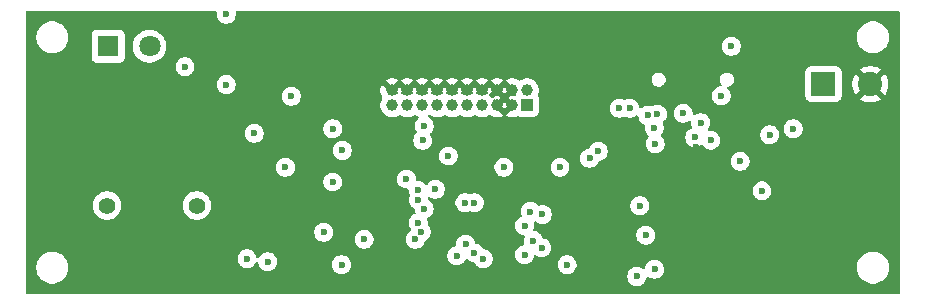
<source format=gbr>
%TF.GenerationSoftware,KiCad,Pcbnew,9.0.4*%
%TF.CreationDate,2026-02-27T16:14:11-07:00*%
%TF.ProjectId,Ashurs PCB,41736875-7273-4205-9043-422e6b696361,rev?*%
%TF.SameCoordinates,Original*%
%TF.FileFunction,Copper,L2,Inr*%
%TF.FilePolarity,Positive*%
%FSLAX46Y46*%
G04 Gerber Fmt 4.6, Leading zero omitted, Abs format (unit mm)*
G04 Created by KiCad (PCBNEW 9.0.4) date 2026-02-27 16:14:11*
%MOMM*%
%LPD*%
G01*
G04 APERTURE LIST*
%TA.AperFunction,ComponentPad*%
%ADD10R,1.800000X1.800000*%
%TD*%
%TA.AperFunction,ComponentPad*%
%ADD11C,1.800000*%
%TD*%
%TA.AperFunction,ComponentPad*%
%ADD12R,1.000000X1.000000*%
%TD*%
%TA.AperFunction,ComponentPad*%
%ADD13C,1.000000*%
%TD*%
%TA.AperFunction,ComponentPad*%
%ADD14R,2.050000X2.050000*%
%TD*%
%TA.AperFunction,ComponentPad*%
%ADD15C,2.050000*%
%TD*%
%TA.AperFunction,ComponentPad*%
%ADD16C,1.408000*%
%TD*%
%TA.AperFunction,ViaPad*%
%ADD17C,0.600000*%
%TD*%
G04 APERTURE END LIST*
D10*
%TO.N,Net-(U6-+)*%
%TO.C,J3*%
X153000000Y-41500000D03*
D11*
%TO.N,VIN*%
X156500000Y-41500000D03*
%TD*%
D12*
%TO.N,+3V3*%
%TO.C,J1*%
X188465000Y-46500000D03*
D13*
X188465000Y-45230000D03*
%TO.N,GND*%
X187195000Y-46500000D03*
X187195000Y-45230000D03*
X185925000Y-46500000D03*
X185925000Y-45230000D03*
%TO.N,PROG_SWDIO*%
X184655000Y-46500000D03*
%TO.N,GND*%
X184655000Y-45230000D03*
%TO.N,PROG_SWCLK*%
X183385000Y-46500000D03*
%TO.N,GND*%
X183385000Y-45230000D03*
%TO.N,unconnected-(J1-Pad11)*%
X182115000Y-46500000D03*
%TO.N,GND*%
X182115000Y-45230000D03*
%TO.N,PROG_SWO*%
X180845000Y-46500000D03*
%TO.N,GND*%
X180845000Y-45230000D03*
%TO.N,NRST*%
X179575000Y-46500000D03*
%TO.N,GND*%
X179575000Y-45230000D03*
%TO.N,unconnected-(J1-Pad17)*%
X178305000Y-46500000D03*
%TO.N,GND*%
X178305000Y-45230000D03*
%TO.N,unconnected-(J1-Pad19)*%
X177035000Y-46500000D03*
%TO.N,GND*%
X177035000Y-45230000D03*
%TD*%
D14*
%TO.N,LIPO_POWER*%
%TO.C,J4*%
X213557500Y-44712500D03*
D15*
%TO.N,GND*%
X217517500Y-44712500D03*
%TD*%
D16*
%TO.N,Net-(Q1-D)*%
%TO.C,LS1*%
X160500000Y-55000000D03*
%TO.N,+3V3*%
X152900000Y-55000000D03*
%TD*%
D17*
%TO.N,USB_RXD*%
X193750000Y-51000000D03*
%TO.N,USB_TXD*%
X194498943Y-50399000D03*
%TO.N,GND*%
X160500000Y-42500000D03*
X202753210Y-50024675D03*
X146500000Y-49000000D03*
X200750000Y-60000000D03*
X207620000Y-40903493D03*
X163655387Y-43310674D03*
X197250000Y-49000000D03*
X198750000Y-52026000D03*
X159500000Y-40750000D03*
X197500000Y-41000000D03*
X170750000Y-61750000D03*
X189750000Y-60000000D03*
X204750000Y-47750000D03*
X193750000Y-57250000D03*
X207500000Y-45000000D03*
X172750000Y-58500000D03*
X219250000Y-45250000D03*
X210000000Y-55000000D03*
X185250000Y-49750000D03*
X194264004Y-59156638D03*
%TO.N,+3V3*%
X206500000Y-51250000D03*
X159500000Y-43250000D03*
X191250000Y-51750000D03*
X165374297Y-48874289D03*
X198675734Y-47350000D03*
X205750000Y-41500000D03*
X186500000Y-51750000D03*
X166500000Y-59750000D03*
X179625735Y-49474265D03*
X172000000Y-48500000D03*
X172750000Y-60000000D03*
%TO.N,VIN*%
X163000000Y-44750000D03*
X211000000Y-48500000D03*
%TO.N,NRST*%
X179225375Y-53700377D03*
X178250000Y-52750000D03*
%TO.N,Net-(D1-K)*%
X209000000Y-49000000D03*
X208350000Y-53750000D03*
%TO.N,VBUS*%
X204000000Y-49450000D03*
X201673899Y-47173899D03*
X204900000Y-45707771D03*
%TO.N,Net-(J2-DN1)*%
X199240182Y-48396811D03*
X203150000Y-47971772D03*
%TO.N,Net-(J2-DP1)*%
X199302703Y-49747619D03*
X202650000Y-49231358D03*
X199302703Y-49747619D03*
%TO.N,PROG_SWO*%
X179750000Y-48250000D03*
X181799265Y-50799265D03*
%TO.N,Net-(U6-+)*%
X163000000Y-38800000D03*
%TO.N,Buzzer*%
X164750000Y-59500000D03*
X183250000Y-58250000D03*
%TO.N,Altimeter_SDA*%
X180697404Y-53621802D03*
X188750000Y-55500000D03*
X184000000Y-54750000D03*
X172814299Y-50326460D03*
%TO.N,Altimeter_SCL*%
X183199997Y-54750000D03*
X189750000Y-55750000D03*
X172000000Y-53000000D03*
%TO.N,Net-(U5-VBUS)*%
X199500000Y-47250000D03*
X197150000Y-46750000D03*
%TO.N,SWITCH*%
X168500000Y-45750000D03*
X182500000Y-59250000D03*
%TO.N,IMU_nRESET*%
X174662025Y-57849999D03*
X179000000Y-57849999D03*
%TO.N,IMU_nBOOTLOADPIN*%
X179512149Y-57235421D03*
X171250000Y-57250000D03*
%TO.N,IMU_BL_IND*%
X168000000Y-51750000D03*
X179250000Y-56451000D03*
%TO.N,Flash_SO*%
X198500000Y-57500000D03*
X189000000Y-57956297D03*
%TO.N,Flash_WP*%
X184000000Y-59000000D03*
X199250000Y-60400000D03*
%TO.N,Flash_Hold*%
X184750000Y-59500000D03*
X197750000Y-61000000D03*
%TO.N,Flash_CE*%
X198000000Y-55000000D03*
X188250000Y-59156297D03*
%TO.N,Flash_SCK*%
X189700735Y-58556297D03*
X191850000Y-60000000D03*
%TO.N,USB_RXD*%
X179750000Y-55250000D03*
%TO.N,USB_RSTB*%
X196250000Y-46750000D03*
X188250000Y-56701000D03*
%TO.N,USB_TXD*%
X179250000Y-54500000D03*
%TD*%
%TA.AperFunction,Conductor*%
%TO.N,GND*%
G36*
X162159336Y-38520185D02*
G01*
X162205091Y-38572989D01*
X162215035Y-38642147D01*
X162213914Y-38648691D01*
X162199500Y-38721153D01*
X162199500Y-38878846D01*
X162230261Y-39033489D01*
X162230264Y-39033501D01*
X162290602Y-39179172D01*
X162290609Y-39179185D01*
X162378210Y-39310288D01*
X162378213Y-39310292D01*
X162489707Y-39421786D01*
X162489711Y-39421789D01*
X162620814Y-39509390D01*
X162620827Y-39509397D01*
X162766498Y-39569735D01*
X162766503Y-39569737D01*
X162921153Y-39600499D01*
X162921156Y-39600500D01*
X162921158Y-39600500D01*
X163078844Y-39600500D01*
X163078845Y-39600499D01*
X163233497Y-39569737D01*
X163379179Y-39509394D01*
X163510289Y-39421789D01*
X163621789Y-39310289D01*
X163709394Y-39179179D01*
X163769737Y-39033497D01*
X163800500Y-38878842D01*
X163800500Y-38721158D01*
X163800500Y-38721155D01*
X163800499Y-38721153D01*
X163786086Y-38648691D01*
X163792313Y-38579100D01*
X163835176Y-38523922D01*
X163901066Y-38500678D01*
X163907703Y-38500500D01*
X219875500Y-38500500D01*
X219942539Y-38520185D01*
X219988294Y-38572989D01*
X219999500Y-38624500D01*
X219999500Y-62375500D01*
X219979815Y-62442539D01*
X219927011Y-62488294D01*
X219875500Y-62499500D01*
X146124500Y-62499500D01*
X146057461Y-62479815D01*
X146011706Y-62427011D01*
X146000500Y-62375500D01*
X146000500Y-60143713D01*
X146899500Y-60143713D01*
X146899500Y-60356287D01*
X146902973Y-60378213D01*
X146930260Y-60550500D01*
X146932754Y-60566243D01*
X146979265Y-60709390D01*
X146998444Y-60768414D01*
X147094951Y-60957820D01*
X147219890Y-61129786D01*
X147370213Y-61280109D01*
X147542179Y-61405048D01*
X147542181Y-61405049D01*
X147542184Y-61405051D01*
X147731588Y-61501557D01*
X147933757Y-61567246D01*
X148143713Y-61600500D01*
X148143714Y-61600500D01*
X148356286Y-61600500D01*
X148356287Y-61600500D01*
X148566243Y-61567246D01*
X148768412Y-61501557D01*
X148957816Y-61405051D01*
X148993436Y-61379172D01*
X149129786Y-61280109D01*
X149129788Y-61280106D01*
X149129792Y-61280104D01*
X149280104Y-61129792D01*
X149280106Y-61129788D01*
X149280109Y-61129786D01*
X149405048Y-60957820D01*
X149405047Y-60957820D01*
X149405051Y-60957816D01*
X149423732Y-60921153D01*
X196949500Y-60921153D01*
X196949500Y-61078846D01*
X196980261Y-61233489D01*
X196980264Y-61233501D01*
X197040602Y-61379172D01*
X197040609Y-61379185D01*
X197128210Y-61510288D01*
X197128213Y-61510292D01*
X197239707Y-61621786D01*
X197239711Y-61621789D01*
X197370814Y-61709390D01*
X197370827Y-61709397D01*
X197516498Y-61769735D01*
X197516503Y-61769737D01*
X197671153Y-61800499D01*
X197671156Y-61800500D01*
X197671158Y-61800500D01*
X197828844Y-61800500D01*
X197828845Y-61800499D01*
X197983497Y-61769737D01*
X198129179Y-61709394D01*
X198260289Y-61621789D01*
X198371789Y-61510289D01*
X198459394Y-61379179D01*
X198519737Y-61233497D01*
X198546510Y-61098901D01*
X198578895Y-61036990D01*
X198639610Y-61002416D01*
X198709380Y-61006155D01*
X198737018Y-61019990D01*
X198870814Y-61109390D01*
X198870827Y-61109397D01*
X199016498Y-61169735D01*
X199016503Y-61169737D01*
X199171153Y-61200499D01*
X199171156Y-61200500D01*
X199171158Y-61200500D01*
X199328844Y-61200500D01*
X199328845Y-61200499D01*
X199483497Y-61169737D01*
X199629179Y-61109394D01*
X199760289Y-61021789D01*
X199871789Y-60910289D01*
X199959394Y-60779179D01*
X200019737Y-60633497D01*
X200050500Y-60478842D01*
X200050500Y-60321158D01*
X200050500Y-60321155D01*
X200019738Y-60166507D01*
X200019735Y-60166498D01*
X200010297Y-60143713D01*
X216399500Y-60143713D01*
X216399500Y-60356287D01*
X216402973Y-60378213D01*
X216430260Y-60550500D01*
X216432754Y-60566243D01*
X216479265Y-60709390D01*
X216498444Y-60768414D01*
X216594951Y-60957820D01*
X216719890Y-61129786D01*
X216870213Y-61280109D01*
X217042179Y-61405048D01*
X217042181Y-61405049D01*
X217042184Y-61405051D01*
X217231588Y-61501557D01*
X217433757Y-61567246D01*
X217643713Y-61600500D01*
X217643714Y-61600500D01*
X217856286Y-61600500D01*
X217856287Y-61600500D01*
X218066243Y-61567246D01*
X218268412Y-61501557D01*
X218457816Y-61405051D01*
X218493436Y-61379172D01*
X218629786Y-61280109D01*
X218629788Y-61280106D01*
X218629792Y-61280104D01*
X218780104Y-61129792D01*
X218780106Y-61129788D01*
X218780109Y-61129786D01*
X218905048Y-60957820D01*
X218905047Y-60957820D01*
X218905051Y-60957816D01*
X219001557Y-60768412D01*
X219067246Y-60566243D01*
X219100500Y-60356287D01*
X219100500Y-60143713D01*
X219067246Y-59933757D01*
X219001557Y-59731588D01*
X218905051Y-59542184D01*
X218905049Y-59542181D01*
X218905048Y-59542179D01*
X218780109Y-59370213D01*
X218629786Y-59219890D01*
X218457820Y-59094951D01*
X218268414Y-58998444D01*
X218268413Y-58998443D01*
X218268412Y-58998443D01*
X218066243Y-58932754D01*
X218066241Y-58932753D01*
X218066240Y-58932753D01*
X217904957Y-58907208D01*
X217856287Y-58899500D01*
X217643713Y-58899500D01*
X217595042Y-58907208D01*
X217433760Y-58932753D01*
X217231585Y-58998444D01*
X217042179Y-59094951D01*
X216870213Y-59219890D01*
X216719890Y-59370213D01*
X216594951Y-59542179D01*
X216498444Y-59731585D01*
X216432753Y-59933760D01*
X216409774Y-60078844D01*
X216399500Y-60143713D01*
X200010297Y-60143713D01*
X199959397Y-60020827D01*
X199959390Y-60020814D01*
X199871789Y-59889711D01*
X199871786Y-59889707D01*
X199760292Y-59778213D01*
X199760288Y-59778210D01*
X199629185Y-59690609D01*
X199629172Y-59690602D01*
X199483501Y-59630264D01*
X199483489Y-59630261D01*
X199328845Y-59599500D01*
X199328842Y-59599500D01*
X199171158Y-59599500D01*
X199171155Y-59599500D01*
X199016510Y-59630261D01*
X199016498Y-59630264D01*
X198870827Y-59690602D01*
X198870814Y-59690609D01*
X198739711Y-59778210D01*
X198739707Y-59778213D01*
X198628213Y-59889707D01*
X198628210Y-59889711D01*
X198540609Y-60020814D01*
X198540602Y-60020827D01*
X198480264Y-60166498D01*
X198480261Y-60166508D01*
X198453489Y-60301099D01*
X198421104Y-60363010D01*
X198360388Y-60397584D01*
X198290618Y-60393843D01*
X198262981Y-60380009D01*
X198129185Y-60290609D01*
X198129172Y-60290602D01*
X197983501Y-60230264D01*
X197983489Y-60230261D01*
X197828845Y-60199500D01*
X197828842Y-60199500D01*
X197671158Y-60199500D01*
X197671155Y-60199500D01*
X197516510Y-60230261D01*
X197516498Y-60230264D01*
X197370827Y-60290602D01*
X197370814Y-60290609D01*
X197239711Y-60378210D01*
X197239707Y-60378213D01*
X197128213Y-60489707D01*
X197128210Y-60489711D01*
X197040609Y-60620814D01*
X197040602Y-60620827D01*
X196980264Y-60766498D01*
X196980261Y-60766510D01*
X196949500Y-60921153D01*
X149423732Y-60921153D01*
X149501557Y-60768412D01*
X149567246Y-60566243D01*
X149600500Y-60356287D01*
X149600500Y-60143713D01*
X149567246Y-59933757D01*
X149501557Y-59731588D01*
X149405051Y-59542184D01*
X149405049Y-59542181D01*
X149365649Y-59487950D01*
X149365648Y-59487949D01*
X149317118Y-59421153D01*
X163949500Y-59421153D01*
X163949500Y-59578846D01*
X163980261Y-59733489D01*
X163980264Y-59733501D01*
X164040602Y-59879172D01*
X164040609Y-59879185D01*
X164128210Y-60010288D01*
X164128213Y-60010292D01*
X164239707Y-60121786D01*
X164239711Y-60121789D01*
X164370814Y-60209390D01*
X164370827Y-60209397D01*
X164516498Y-60269735D01*
X164516503Y-60269737D01*
X164671153Y-60300499D01*
X164671156Y-60300500D01*
X164671158Y-60300500D01*
X164828844Y-60300500D01*
X164828845Y-60300499D01*
X164983497Y-60269737D01*
X165129179Y-60209394D01*
X165260289Y-60121789D01*
X165371789Y-60010289D01*
X165459394Y-59879179D01*
X165471937Y-59848896D01*
X165515776Y-59794494D01*
X165582070Y-59772428D01*
X165649769Y-59789706D01*
X165697381Y-59840842D01*
X165708115Y-59872157D01*
X165730261Y-59983491D01*
X165730264Y-59983501D01*
X165790602Y-60129172D01*
X165790609Y-60129185D01*
X165878210Y-60260288D01*
X165878213Y-60260292D01*
X165989707Y-60371786D01*
X165989711Y-60371789D01*
X166120814Y-60459390D01*
X166120827Y-60459397D01*
X166266498Y-60519735D01*
X166266503Y-60519737D01*
X166421153Y-60550499D01*
X166421156Y-60550500D01*
X166421158Y-60550500D01*
X166578844Y-60550500D01*
X166578845Y-60550499D01*
X166733497Y-60519737D01*
X166879179Y-60459394D01*
X167010289Y-60371789D01*
X167121789Y-60260289D01*
X167209394Y-60129179D01*
X167269737Y-59983497D01*
X167282138Y-59921153D01*
X171949500Y-59921153D01*
X171949500Y-60078846D01*
X171980261Y-60233489D01*
X171980264Y-60233501D01*
X172040602Y-60379172D01*
X172040609Y-60379185D01*
X172128210Y-60510288D01*
X172128213Y-60510292D01*
X172239707Y-60621786D01*
X172239711Y-60621789D01*
X172370814Y-60709390D01*
X172370827Y-60709397D01*
X172508683Y-60766498D01*
X172516503Y-60769737D01*
X172671153Y-60800499D01*
X172671156Y-60800500D01*
X172671158Y-60800500D01*
X172828844Y-60800500D01*
X172828845Y-60800499D01*
X172983497Y-60769737D01*
X173129179Y-60709394D01*
X173260289Y-60621789D01*
X173371789Y-60510289D01*
X173459394Y-60379179D01*
X173519737Y-60233497D01*
X173550500Y-60078842D01*
X173550500Y-59921158D01*
X173550500Y-59921155D01*
X173550499Y-59921153D01*
X173542150Y-59879179D01*
X173519737Y-59766503D01*
X173478352Y-59666589D01*
X173459397Y-59620827D01*
X173459390Y-59620814D01*
X173371789Y-59489711D01*
X173371786Y-59489707D01*
X173260292Y-59378213D01*
X173260288Y-59378210D01*
X173129185Y-59290609D01*
X173129173Y-59290602D01*
X173102674Y-59279627D01*
X172983501Y-59230264D01*
X172983489Y-59230261D01*
X172828845Y-59199500D01*
X172828842Y-59199500D01*
X172671158Y-59199500D01*
X172671155Y-59199500D01*
X172516510Y-59230261D01*
X172516498Y-59230264D01*
X172370827Y-59290602D01*
X172370814Y-59290609D01*
X172239711Y-59378210D01*
X172239707Y-59378213D01*
X172128213Y-59489707D01*
X172128210Y-59489711D01*
X172040609Y-59620814D01*
X172040602Y-59620827D01*
X171980264Y-59766498D01*
X171980261Y-59766510D01*
X171949500Y-59921153D01*
X167282138Y-59921153D01*
X167290487Y-59879179D01*
X167300500Y-59828844D01*
X167300500Y-59671155D01*
X167300499Y-59671153D01*
X167292150Y-59629179D01*
X167269737Y-59516503D01*
X167267163Y-59510289D01*
X167209397Y-59370827D01*
X167209390Y-59370814D01*
X167121789Y-59239711D01*
X167121786Y-59239707D01*
X167053232Y-59171153D01*
X181699500Y-59171153D01*
X181699500Y-59328846D01*
X181730261Y-59483489D01*
X181730264Y-59483501D01*
X181790602Y-59629172D01*
X181790609Y-59629185D01*
X181878210Y-59760288D01*
X181878213Y-59760292D01*
X181989707Y-59871786D01*
X181989711Y-59871789D01*
X182120814Y-59959390D01*
X182120827Y-59959397D01*
X182266498Y-60019735D01*
X182266503Y-60019737D01*
X182421153Y-60050499D01*
X182421156Y-60050500D01*
X182421158Y-60050500D01*
X182578844Y-60050500D01*
X182578845Y-60050499D01*
X182733497Y-60019737D01*
X182879179Y-59959394D01*
X183010289Y-59871789D01*
X183121789Y-59760289D01*
X183209394Y-59629179D01*
X183222643Y-59597192D01*
X183266483Y-59542790D01*
X183332776Y-59520724D01*
X183400476Y-59538002D01*
X183424885Y-59556964D01*
X183489707Y-59621786D01*
X183489711Y-59621789D01*
X183620814Y-59709390D01*
X183620827Y-59709397D01*
X183758683Y-59766498D01*
X183766503Y-59769737D01*
X183890964Y-59794494D01*
X183921153Y-59800499D01*
X183921156Y-59800500D01*
X183921158Y-59800500D01*
X183925162Y-59800500D01*
X183927183Y-59801093D01*
X183927218Y-59801097D01*
X183927217Y-59801103D01*
X183992201Y-59820185D01*
X184037956Y-59872989D01*
X184039715Y-59877029D01*
X184040606Y-59879179D01*
X184040607Y-59879180D01*
X184040609Y-59879185D01*
X184128210Y-60010288D01*
X184128213Y-60010292D01*
X184239707Y-60121786D01*
X184239711Y-60121789D01*
X184370814Y-60209390D01*
X184370827Y-60209397D01*
X184516498Y-60269735D01*
X184516503Y-60269737D01*
X184671153Y-60300499D01*
X184671156Y-60300500D01*
X184671158Y-60300500D01*
X184828844Y-60300500D01*
X184828845Y-60300499D01*
X184983497Y-60269737D01*
X185129179Y-60209394D01*
X185260289Y-60121789D01*
X185371789Y-60010289D01*
X185459394Y-59879179D01*
X185460276Y-59877051D01*
X185494471Y-59794494D01*
X185519737Y-59733497D01*
X185550500Y-59578842D01*
X185550500Y-59421158D01*
X185550500Y-59421155D01*
X185550499Y-59421153D01*
X185540486Y-59370814D01*
X185519737Y-59266503D01*
X185519399Y-59265687D01*
X185459397Y-59120827D01*
X185459390Y-59120814D01*
X185371789Y-58989711D01*
X185371786Y-58989707D01*
X185260292Y-58878213D01*
X185260288Y-58878210D01*
X185129185Y-58790609D01*
X185129172Y-58790602D01*
X184983501Y-58730264D01*
X184983489Y-58730261D01*
X184828845Y-58699500D01*
X184828842Y-58699500D01*
X184824838Y-58699500D01*
X184822816Y-58698906D01*
X184822782Y-58698903D01*
X184822782Y-58698896D01*
X184757799Y-58679815D01*
X184712044Y-58627011D01*
X184710275Y-58622949D01*
X184709394Y-58620821D01*
X184709391Y-58620816D01*
X184709390Y-58620814D01*
X184621789Y-58489711D01*
X184621786Y-58489707D01*
X184510292Y-58378213D01*
X184510288Y-58378210D01*
X184379185Y-58290609D01*
X184379172Y-58290602D01*
X184233501Y-58230264D01*
X184233491Y-58230261D01*
X184136463Y-58210961D01*
X184074552Y-58178576D01*
X184039978Y-58117860D01*
X184039038Y-58113535D01*
X184025605Y-58046004D01*
X184019737Y-58016503D01*
X183990043Y-57944815D01*
X183959397Y-57870827D01*
X183959390Y-57870814D01*
X183871789Y-57739711D01*
X183871786Y-57739707D01*
X183760292Y-57628213D01*
X183760288Y-57628210D01*
X183629185Y-57540609D01*
X183629172Y-57540602D01*
X183483501Y-57480264D01*
X183483489Y-57480261D01*
X183328845Y-57449500D01*
X183328842Y-57449500D01*
X183171158Y-57449500D01*
X183171155Y-57449500D01*
X183016510Y-57480261D01*
X183016498Y-57480264D01*
X182870827Y-57540602D01*
X182870814Y-57540609D01*
X182739711Y-57628210D01*
X182739707Y-57628213D01*
X182628213Y-57739707D01*
X182628210Y-57739711D01*
X182540609Y-57870814D01*
X182540602Y-57870827D01*
X182480264Y-58016498D01*
X182480261Y-58016510D01*
X182449500Y-58171153D01*
X182449500Y-58328846D01*
X182449596Y-58329823D01*
X182449500Y-58330328D01*
X182449500Y-58334934D01*
X182448626Y-58334934D01*
X182436567Y-58398468D01*
X182388495Y-58449171D01*
X182350383Y-58463577D01*
X182266508Y-58480261D01*
X182266498Y-58480264D01*
X182120827Y-58540602D01*
X182120814Y-58540609D01*
X181989711Y-58628210D01*
X181989707Y-58628213D01*
X181878213Y-58739707D01*
X181878210Y-58739711D01*
X181790609Y-58870814D01*
X181790602Y-58870827D01*
X181730264Y-59016498D01*
X181730261Y-59016510D01*
X181699500Y-59171153D01*
X167053232Y-59171153D01*
X167010292Y-59128213D01*
X167010288Y-59128210D01*
X166879185Y-59040609D01*
X166879172Y-59040602D01*
X166733501Y-58980264D01*
X166733489Y-58980261D01*
X166578845Y-58949500D01*
X166578842Y-58949500D01*
X166421158Y-58949500D01*
X166421155Y-58949500D01*
X166266510Y-58980261D01*
X166266498Y-58980264D01*
X166120827Y-59040602D01*
X166120814Y-59040609D01*
X165989711Y-59128210D01*
X165989707Y-59128213D01*
X165878213Y-59239707D01*
X165878210Y-59239711D01*
X165790609Y-59370814D01*
X165790601Y-59370829D01*
X165778061Y-59401104D01*
X165734220Y-59455507D01*
X165667925Y-59477571D01*
X165600226Y-59460291D01*
X165552616Y-59409153D01*
X165541884Y-59377841D01*
X165524531Y-59290606D01*
X165519737Y-59266503D01*
X165519399Y-59265687D01*
X165459397Y-59120827D01*
X165459390Y-59120814D01*
X165371789Y-58989711D01*
X165371786Y-58989707D01*
X165260292Y-58878213D01*
X165260288Y-58878210D01*
X165129185Y-58790609D01*
X165129172Y-58790602D01*
X164983501Y-58730264D01*
X164983489Y-58730261D01*
X164828845Y-58699500D01*
X164828842Y-58699500D01*
X164671158Y-58699500D01*
X164671155Y-58699500D01*
X164516510Y-58730261D01*
X164516498Y-58730264D01*
X164370827Y-58790602D01*
X164370814Y-58790609D01*
X164239711Y-58878210D01*
X164239707Y-58878213D01*
X164128213Y-58989707D01*
X164128210Y-58989711D01*
X164040609Y-59120814D01*
X164040602Y-59120827D01*
X163980264Y-59266498D01*
X163980261Y-59266510D01*
X163949500Y-59421153D01*
X149317118Y-59421153D01*
X149280109Y-59370214D01*
X149280105Y-59370209D01*
X149129786Y-59219890D01*
X148957820Y-59094951D01*
X148768414Y-58998444D01*
X148768413Y-58998443D01*
X148768412Y-58998443D01*
X148566243Y-58932754D01*
X148566241Y-58932753D01*
X148566240Y-58932753D01*
X148404957Y-58907208D01*
X148356287Y-58899500D01*
X148143713Y-58899500D01*
X148095042Y-58907208D01*
X147933760Y-58932753D01*
X147731585Y-58998444D01*
X147542179Y-59094951D01*
X147370213Y-59219890D01*
X147219890Y-59370213D01*
X147094951Y-59542179D01*
X146998444Y-59731585D01*
X146932753Y-59933760D01*
X146909774Y-60078844D01*
X146899500Y-60143713D01*
X146000500Y-60143713D01*
X146000500Y-57171153D01*
X170449500Y-57171153D01*
X170449500Y-57328846D01*
X170480261Y-57483489D01*
X170480264Y-57483501D01*
X170540602Y-57629172D01*
X170540609Y-57629185D01*
X170628210Y-57760288D01*
X170628213Y-57760292D01*
X170739707Y-57871786D01*
X170739711Y-57871789D01*
X170870814Y-57959390D01*
X170870827Y-57959397D01*
X171008683Y-58016498D01*
X171016503Y-58019737D01*
X171171153Y-58050499D01*
X171171156Y-58050500D01*
X171171158Y-58050500D01*
X171328844Y-58050500D01*
X171328845Y-58050499D01*
X171483497Y-58019737D01*
X171629179Y-57959394D01*
X171760289Y-57871789D01*
X171860926Y-57771152D01*
X173861525Y-57771152D01*
X173861525Y-57928845D01*
X173892286Y-58083488D01*
X173892289Y-58083500D01*
X173952627Y-58229171D01*
X173952634Y-58229184D01*
X174040235Y-58360287D01*
X174040238Y-58360291D01*
X174151732Y-58471785D01*
X174151736Y-58471788D01*
X174282839Y-58559389D01*
X174282852Y-58559396D01*
X174428523Y-58619734D01*
X174428528Y-58619736D01*
X174583178Y-58650498D01*
X174583181Y-58650499D01*
X174583183Y-58650499D01*
X174740869Y-58650499D01*
X174740870Y-58650498D01*
X174895522Y-58619736D01*
X175041204Y-58559393D01*
X175172314Y-58471788D01*
X175283814Y-58360288D01*
X175371419Y-58229178D01*
X175379613Y-58209397D01*
X175395451Y-58171158D01*
X175431762Y-58083496D01*
X175462525Y-57928841D01*
X175462525Y-57771157D01*
X175462525Y-57771154D01*
X175462524Y-57771152D01*
X175455032Y-57733489D01*
X175431762Y-57616502D01*
X175421957Y-57592830D01*
X175371422Y-57470826D01*
X175371415Y-57470813D01*
X175283814Y-57339710D01*
X175283811Y-57339706D01*
X175172317Y-57228212D01*
X175172313Y-57228209D01*
X175041210Y-57140608D01*
X175041197Y-57140601D01*
X174895526Y-57080263D01*
X174895514Y-57080260D01*
X174740870Y-57049499D01*
X174740867Y-57049499D01*
X174583183Y-57049499D01*
X174583180Y-57049499D01*
X174428535Y-57080260D01*
X174428523Y-57080263D01*
X174282852Y-57140601D01*
X174282839Y-57140608D01*
X174151736Y-57228209D01*
X174151732Y-57228212D01*
X174040238Y-57339706D01*
X174040235Y-57339710D01*
X173952634Y-57470813D01*
X173952627Y-57470826D01*
X173892289Y-57616497D01*
X173892286Y-57616509D01*
X173861525Y-57771152D01*
X171860926Y-57771152D01*
X171871789Y-57760289D01*
X171896838Y-57722800D01*
X171914630Y-57696174D01*
X171959390Y-57629185D01*
X171959390Y-57629184D01*
X171959394Y-57629179D01*
X172019737Y-57483497D01*
X172050500Y-57328842D01*
X172050500Y-57171158D01*
X172050500Y-57171155D01*
X172050499Y-57171153D01*
X172044422Y-57140601D01*
X172019737Y-57016503D01*
X172010704Y-56994696D01*
X171959397Y-56870827D01*
X171959390Y-56870814D01*
X171871789Y-56739711D01*
X171871786Y-56739707D01*
X171760292Y-56628213D01*
X171760288Y-56628210D01*
X171629185Y-56540609D01*
X171629172Y-56540602D01*
X171483501Y-56480264D01*
X171483489Y-56480261D01*
X171328845Y-56449500D01*
X171328842Y-56449500D01*
X171171158Y-56449500D01*
X171171155Y-56449500D01*
X171016510Y-56480261D01*
X171016498Y-56480264D01*
X170870827Y-56540602D01*
X170870814Y-56540609D01*
X170739711Y-56628210D01*
X170739707Y-56628213D01*
X170628213Y-56739707D01*
X170628210Y-56739711D01*
X170540609Y-56870814D01*
X170540602Y-56870827D01*
X170480264Y-57016498D01*
X170480261Y-57016510D01*
X170449500Y-57171153D01*
X146000500Y-57171153D01*
X146000500Y-54905199D01*
X151695500Y-54905199D01*
X151695500Y-55094800D01*
X151721711Y-55260292D01*
X151725158Y-55282055D01*
X151740361Y-55328844D01*
X151783747Y-55462372D01*
X151828651Y-55550500D01*
X151869819Y-55631296D01*
X151981259Y-55784679D01*
X152115321Y-55918741D01*
X152268704Y-56030181D01*
X152348515Y-56070846D01*
X152437627Y-56116252D01*
X152437629Y-56116252D01*
X152437632Y-56116254D01*
X152617945Y-56174842D01*
X152711574Y-56189671D01*
X152805200Y-56204500D01*
X152805204Y-56204500D01*
X152994800Y-56204500D01*
X153081884Y-56190707D01*
X153182055Y-56174842D01*
X153362368Y-56116254D01*
X153531296Y-56030181D01*
X153684679Y-55918741D01*
X153818741Y-55784679D01*
X153930181Y-55631296D01*
X154016254Y-55462368D01*
X154074842Y-55282055D01*
X154092407Y-55171153D01*
X154104500Y-55094800D01*
X154104500Y-54905199D01*
X159295500Y-54905199D01*
X159295500Y-55094800D01*
X159321711Y-55260292D01*
X159325158Y-55282055D01*
X159340361Y-55328844D01*
X159383747Y-55462372D01*
X159428651Y-55550500D01*
X159469819Y-55631296D01*
X159581259Y-55784679D01*
X159715321Y-55918741D01*
X159868704Y-56030181D01*
X159948515Y-56070846D01*
X160037627Y-56116252D01*
X160037629Y-56116252D01*
X160037632Y-56116254D01*
X160217945Y-56174842D01*
X160311574Y-56189671D01*
X160405200Y-56204500D01*
X160405204Y-56204500D01*
X160594800Y-56204500D01*
X160681884Y-56190707D01*
X160782055Y-56174842D01*
X160962368Y-56116254D01*
X161131296Y-56030181D01*
X161284679Y-55918741D01*
X161418741Y-55784679D01*
X161530181Y-55631296D01*
X161616254Y-55462368D01*
X161674842Y-55282055D01*
X161692407Y-55171153D01*
X161704500Y-55094800D01*
X161704500Y-54905199D01*
X161686349Y-54790602D01*
X161674842Y-54717945D01*
X161616254Y-54537632D01*
X161616252Y-54537629D01*
X161616252Y-54537627D01*
X161566887Y-54440743D01*
X161530181Y-54368704D01*
X161418741Y-54215321D01*
X161284679Y-54081259D01*
X161131296Y-53969819D01*
X161091418Y-53949500D01*
X160962372Y-53883747D01*
X160903905Y-53864750D01*
X160782055Y-53825158D01*
X160782051Y-53825157D01*
X160782050Y-53825157D01*
X160594800Y-53795500D01*
X160594796Y-53795500D01*
X160405204Y-53795500D01*
X160405200Y-53795500D01*
X160217949Y-53825157D01*
X160217946Y-53825157D01*
X160217945Y-53825158D01*
X160206595Y-53828846D01*
X160037627Y-53883747D01*
X159868703Y-53969819D01*
X159715319Y-54081260D01*
X159581260Y-54215319D01*
X159469819Y-54368703D01*
X159383747Y-54537627D01*
X159325157Y-54717949D01*
X159295500Y-54905199D01*
X154104500Y-54905199D01*
X154086349Y-54790602D01*
X154074842Y-54717945D01*
X154016254Y-54537632D01*
X154016252Y-54537629D01*
X154016252Y-54537627D01*
X153966887Y-54440743D01*
X153930181Y-54368704D01*
X153818741Y-54215321D01*
X153684679Y-54081259D01*
X153531296Y-53969819D01*
X153491418Y-53949500D01*
X153362372Y-53883747D01*
X153303905Y-53864750D01*
X153182055Y-53825158D01*
X153182051Y-53825157D01*
X153182050Y-53825157D01*
X152994800Y-53795500D01*
X152994796Y-53795500D01*
X152805204Y-53795500D01*
X152805200Y-53795500D01*
X152617949Y-53825157D01*
X152617946Y-53825157D01*
X152617945Y-53825158D01*
X152606595Y-53828846D01*
X152437627Y-53883747D01*
X152268703Y-53969819D01*
X152115319Y-54081260D01*
X151981260Y-54215319D01*
X151869819Y-54368703D01*
X151783747Y-54537627D01*
X151725157Y-54717949D01*
X151695500Y-54905199D01*
X146000500Y-54905199D01*
X146000500Y-52921153D01*
X171199500Y-52921153D01*
X171199500Y-53078846D01*
X171230261Y-53233489D01*
X171230264Y-53233501D01*
X171290602Y-53379172D01*
X171290609Y-53379185D01*
X171378210Y-53510288D01*
X171378213Y-53510292D01*
X171489707Y-53621786D01*
X171489711Y-53621789D01*
X171620814Y-53709390D01*
X171620827Y-53709397D01*
X171766498Y-53769735D01*
X171766503Y-53769737D01*
X171921153Y-53800499D01*
X171921156Y-53800500D01*
X171921158Y-53800500D01*
X172078844Y-53800500D01*
X172078845Y-53800499D01*
X172233497Y-53769737D01*
X172379179Y-53709394D01*
X172510289Y-53621789D01*
X172621789Y-53510289D01*
X172709394Y-53379179D01*
X172712854Y-53370827D01*
X172765957Y-53242623D01*
X172769737Y-53233497D01*
X172800500Y-53078842D01*
X172800500Y-52921158D01*
X172800500Y-52921155D01*
X172800499Y-52921153D01*
X172798760Y-52912411D01*
X172769737Y-52766503D01*
X172730242Y-52671153D01*
X177449500Y-52671153D01*
X177449500Y-52828846D01*
X177480261Y-52983489D01*
X177480264Y-52983501D01*
X177540602Y-53129172D01*
X177540609Y-53129185D01*
X177628210Y-53260288D01*
X177628213Y-53260292D01*
X177739707Y-53371786D01*
X177739711Y-53371789D01*
X177870814Y-53459390D01*
X177870827Y-53459397D01*
X178008683Y-53516498D01*
X178016503Y-53519737D01*
X178171153Y-53550499D01*
X178171156Y-53550500D01*
X178300875Y-53550500D01*
X178367914Y-53570185D01*
X178413669Y-53622989D01*
X178424875Y-53674500D01*
X178424875Y-53779223D01*
X178455636Y-53933866D01*
X178455639Y-53933878D01*
X178517184Y-54082461D01*
X178524653Y-54151930D01*
X178517184Y-54177365D01*
X178480264Y-54266498D01*
X178480261Y-54266510D01*
X178449500Y-54421153D01*
X178449500Y-54578846D01*
X178480261Y-54733489D01*
X178480264Y-54733501D01*
X178540602Y-54879172D01*
X178540609Y-54879185D01*
X178628210Y-55010288D01*
X178628213Y-55010292D01*
X178739710Y-55121789D01*
X178870815Y-55209390D01*
X178870821Y-55209394D01*
X178872945Y-55210274D01*
X178873885Y-55211031D01*
X178876192Y-55212264D01*
X178875958Y-55212701D01*
X178927349Y-55254107D01*
X178949421Y-55320399D01*
X178949500Y-55324837D01*
X178949500Y-55328846D01*
X178980261Y-55483489D01*
X178980264Y-55483501D01*
X179008038Y-55550553D01*
X179015507Y-55620022D01*
X178984232Y-55682501D01*
X178940929Y-55712566D01*
X178870827Y-55741602D01*
X178870814Y-55741609D01*
X178739711Y-55829210D01*
X178739707Y-55829213D01*
X178628213Y-55940707D01*
X178628210Y-55940711D01*
X178540609Y-56071814D01*
X178540602Y-56071827D01*
X178480264Y-56217498D01*
X178480261Y-56217510D01*
X178449500Y-56372153D01*
X178449500Y-56529846D01*
X178480261Y-56684489D01*
X178480264Y-56684501D01*
X178540602Y-56830172D01*
X178540609Y-56830185D01*
X178628210Y-56961288D01*
X178632076Y-56965999D01*
X178630458Y-56967326D01*
X178659387Y-57020304D01*
X178654403Y-57089996D01*
X178612531Y-57145929D01*
X178607112Y-57149764D01*
X178489711Y-57228209D01*
X178489707Y-57228212D01*
X178378213Y-57339706D01*
X178378210Y-57339710D01*
X178290609Y-57470813D01*
X178290602Y-57470826D01*
X178230264Y-57616497D01*
X178230261Y-57616509D01*
X178199500Y-57771152D01*
X178199500Y-57928845D01*
X178230261Y-58083488D01*
X178230264Y-58083500D01*
X178290602Y-58229171D01*
X178290609Y-58229184D01*
X178378210Y-58360287D01*
X178378213Y-58360291D01*
X178489707Y-58471785D01*
X178489711Y-58471788D01*
X178620814Y-58559389D01*
X178620827Y-58559396D01*
X178766498Y-58619734D01*
X178766503Y-58619736D01*
X178921153Y-58650498D01*
X178921156Y-58650499D01*
X178921158Y-58650499D01*
X179078844Y-58650499D01*
X179078845Y-58650498D01*
X179233497Y-58619736D01*
X179379179Y-58559393D01*
X179510289Y-58471788D01*
X179621789Y-58360288D01*
X179709394Y-58229178D01*
X179769737Y-58083496D01*
X179775951Y-58052253D01*
X179808335Y-57990345D01*
X179850114Y-57961885D01*
X179891328Y-57944815D01*
X180022438Y-57857210D01*
X180133938Y-57745710D01*
X180221543Y-57614600D01*
X180281886Y-57468918D01*
X180312649Y-57314263D01*
X180312649Y-57156579D01*
X180312649Y-57156576D01*
X180312648Y-57156574D01*
X180309471Y-57140601D01*
X180281886Y-57001924D01*
X180267555Y-56967326D01*
X180221546Y-56856248D01*
X180221539Y-56856235D01*
X180133938Y-56725132D01*
X180133935Y-56725128D01*
X180078809Y-56670002D01*
X180052681Y-56622153D01*
X187449500Y-56622153D01*
X187449500Y-56779846D01*
X187480261Y-56934489D01*
X187480264Y-56934501D01*
X187540602Y-57080172D01*
X187540609Y-57080185D01*
X187628210Y-57211288D01*
X187628213Y-57211292D01*
X187739707Y-57322786D01*
X187739711Y-57322789D01*
X187870814Y-57410390D01*
X187870827Y-57410397D01*
X188012121Y-57468922D01*
X188016503Y-57470737D01*
X188156981Y-57498680D01*
X188162260Y-57499730D01*
X188224171Y-57532115D01*
X188258745Y-57592830D01*
X188255006Y-57662600D01*
X188252633Y-57668791D01*
X188230263Y-57722800D01*
X188230262Y-57722803D01*
X188230262Y-57722804D01*
X188230261Y-57722807D01*
X188199500Y-57877450D01*
X188199500Y-58035143D01*
X188230261Y-58189786D01*
X188230263Y-58189794D01*
X188231469Y-58192705D01*
X188231646Y-58194352D01*
X188232031Y-58195621D01*
X188231790Y-58195694D01*
X188238938Y-58262174D01*
X188207663Y-58324654D01*
X188147574Y-58360306D01*
X188141100Y-58361775D01*
X188016508Y-58386558D01*
X188016498Y-58386561D01*
X187870827Y-58446899D01*
X187870814Y-58446906D01*
X187739711Y-58534507D01*
X187739707Y-58534510D01*
X187628213Y-58646004D01*
X187628210Y-58646008D01*
X187540609Y-58777111D01*
X187540602Y-58777124D01*
X187480264Y-58922795D01*
X187480261Y-58922807D01*
X187449500Y-59077450D01*
X187449500Y-59235143D01*
X187480261Y-59389786D01*
X187480264Y-59389798D01*
X187540602Y-59535469D01*
X187540609Y-59535482D01*
X187628210Y-59666585D01*
X187628213Y-59666589D01*
X187739707Y-59778083D01*
X187739711Y-59778086D01*
X187870814Y-59865687D01*
X187870827Y-59865694D01*
X188004719Y-59921153D01*
X188016503Y-59926034D01*
X188171153Y-59956796D01*
X188171156Y-59956797D01*
X188171158Y-59956797D01*
X188328844Y-59956797D01*
X188328845Y-59956796D01*
X188483497Y-59926034D01*
X188495281Y-59921153D01*
X191049500Y-59921153D01*
X191049500Y-60078846D01*
X191080261Y-60233489D01*
X191080264Y-60233501D01*
X191140602Y-60379172D01*
X191140609Y-60379185D01*
X191228210Y-60510288D01*
X191228213Y-60510292D01*
X191339707Y-60621786D01*
X191339711Y-60621789D01*
X191470814Y-60709390D01*
X191470827Y-60709397D01*
X191608683Y-60766498D01*
X191616503Y-60769737D01*
X191771153Y-60800499D01*
X191771156Y-60800500D01*
X191771158Y-60800500D01*
X191928844Y-60800500D01*
X191928845Y-60800499D01*
X191939179Y-60798443D01*
X191964287Y-60793450D01*
X191964292Y-60793449D01*
X192049800Y-60776439D01*
X192083497Y-60769737D01*
X192229179Y-60709394D01*
X192360289Y-60621789D01*
X192471789Y-60510289D01*
X192559394Y-60379179D01*
X192619737Y-60233497D01*
X192650500Y-60078842D01*
X192650500Y-59921158D01*
X192650500Y-59921155D01*
X192650499Y-59921153D01*
X192642150Y-59879179D01*
X192619737Y-59766503D01*
X192578352Y-59666589D01*
X192559397Y-59620827D01*
X192559390Y-59620814D01*
X192471789Y-59489711D01*
X192471786Y-59489707D01*
X192360292Y-59378213D01*
X192360288Y-59378210D01*
X192229185Y-59290609D01*
X192229172Y-59290602D01*
X192083501Y-59230264D01*
X192083489Y-59230261D01*
X191928845Y-59199500D01*
X191928842Y-59199500D01*
X191771158Y-59199500D01*
X191771155Y-59199500D01*
X191616510Y-59230261D01*
X191616498Y-59230264D01*
X191470827Y-59290602D01*
X191470814Y-59290609D01*
X191339711Y-59378210D01*
X191339707Y-59378213D01*
X191228213Y-59489707D01*
X191228210Y-59489711D01*
X191140609Y-59620814D01*
X191140602Y-59620827D01*
X191080264Y-59766498D01*
X191080261Y-59766510D01*
X191049500Y-59921153D01*
X188495281Y-59921153D01*
X188629179Y-59865691D01*
X188629185Y-59865687D01*
X188709588Y-59811964D01*
X188742898Y-59789706D01*
X188760289Y-59778086D01*
X188871789Y-59666586D01*
X188959394Y-59535476D01*
X189019737Y-59389794D01*
X189040730Y-59284251D01*
X189073114Y-59222343D01*
X189133830Y-59187769D01*
X189203599Y-59191508D01*
X189231238Y-59205343D01*
X189321549Y-59265687D01*
X189321562Y-59265694D01*
X189467233Y-59326032D01*
X189467238Y-59326034D01*
X189621888Y-59356796D01*
X189621891Y-59356797D01*
X189621893Y-59356797D01*
X189779579Y-59356797D01*
X189779580Y-59356796D01*
X189934232Y-59326034D01*
X190079914Y-59265691D01*
X190211024Y-59178086D01*
X190322524Y-59066586D01*
X190410129Y-58935476D01*
X190411257Y-58932754D01*
X190470134Y-58790609D01*
X190470472Y-58789794D01*
X190501235Y-58635139D01*
X190501235Y-58477455D01*
X190501235Y-58477452D01*
X190501234Y-58477450D01*
X190481494Y-58378210D01*
X190470472Y-58322800D01*
X190432143Y-58230264D01*
X190410132Y-58177124D01*
X190410125Y-58177111D01*
X190322524Y-58046008D01*
X190322521Y-58046004D01*
X190211027Y-57934510D01*
X190211023Y-57934507D01*
X190079920Y-57846906D01*
X190079907Y-57846899D01*
X189934236Y-57786561D01*
X189934226Y-57786558D01*
X189848753Y-57769556D01*
X189786842Y-57737171D01*
X189758384Y-57695391D01*
X189709397Y-57577124D01*
X189709390Y-57577111D01*
X189647146Y-57483957D01*
X189621789Y-57446007D01*
X189596935Y-57421153D01*
X197699500Y-57421153D01*
X197699500Y-57578846D01*
X197730261Y-57733489D01*
X197730264Y-57733501D01*
X197790602Y-57879172D01*
X197790609Y-57879185D01*
X197878210Y-58010288D01*
X197878213Y-58010292D01*
X197989707Y-58121786D01*
X197989711Y-58121789D01*
X198120814Y-58209390D01*
X198120827Y-58209397D01*
X198248244Y-58262174D01*
X198266503Y-58269737D01*
X198421153Y-58300499D01*
X198421156Y-58300500D01*
X198421158Y-58300500D01*
X198578844Y-58300500D01*
X198578845Y-58300499D01*
X198733497Y-58269737D01*
X198879179Y-58209394D01*
X199010289Y-58121789D01*
X199121789Y-58010289D01*
X199209394Y-57879179D01*
X199212854Y-57870827D01*
X199247758Y-57786560D01*
X199269737Y-57733497D01*
X199300500Y-57578842D01*
X199300500Y-57421158D01*
X199300500Y-57421155D01*
X199300499Y-57421153D01*
X199284298Y-57339706D01*
X199269737Y-57266503D01*
X199261620Y-57246906D01*
X199209397Y-57120827D01*
X199209390Y-57120814D01*
X199121789Y-56989711D01*
X199121786Y-56989707D01*
X199010292Y-56878213D01*
X199010288Y-56878210D01*
X198879185Y-56790609D01*
X198879172Y-56790602D01*
X198733501Y-56730264D01*
X198733489Y-56730261D01*
X198578845Y-56699500D01*
X198578842Y-56699500D01*
X198421158Y-56699500D01*
X198421155Y-56699500D01*
X198266510Y-56730261D01*
X198266498Y-56730264D01*
X198120827Y-56790602D01*
X198120814Y-56790609D01*
X197989711Y-56878210D01*
X197989707Y-56878213D01*
X197878213Y-56989707D01*
X197878210Y-56989711D01*
X197790609Y-57120814D01*
X197790602Y-57120827D01*
X197730264Y-57266498D01*
X197730261Y-57266510D01*
X197699500Y-57421153D01*
X189596935Y-57421153D01*
X189510292Y-57334510D01*
X189510288Y-57334507D01*
X189379185Y-57246906D01*
X189379172Y-57246899D01*
X189233501Y-57186561D01*
X189233491Y-57186558D01*
X189087738Y-57157566D01*
X189025828Y-57125181D01*
X188991253Y-57064465D01*
X188994993Y-56994696D01*
X188997350Y-56988542D01*
X189019737Y-56934497D01*
X189050500Y-56779842D01*
X189050500Y-56622158D01*
X189050500Y-56622155D01*
X189021099Y-56474349D01*
X189027326Y-56404757D01*
X189070189Y-56349580D01*
X189136079Y-56326335D01*
X189204076Y-56342403D01*
X189230397Y-56362476D01*
X189239707Y-56371786D01*
X189239711Y-56371789D01*
X189370814Y-56459390D01*
X189370827Y-56459397D01*
X189516498Y-56519735D01*
X189516503Y-56519737D01*
X189671153Y-56550499D01*
X189671156Y-56550500D01*
X189671158Y-56550500D01*
X189828844Y-56550500D01*
X189828845Y-56550499D01*
X189983497Y-56519737D01*
X190129179Y-56459394D01*
X190260289Y-56371789D01*
X190371789Y-56260289D01*
X190459394Y-56129179D01*
X190464749Y-56116252D01*
X190519735Y-55983501D01*
X190519737Y-55983497D01*
X190550500Y-55828842D01*
X190550500Y-55671158D01*
X190550500Y-55671155D01*
X190550499Y-55671153D01*
X190519738Y-55516510D01*
X190519737Y-55516503D01*
X190497557Y-55462955D01*
X190459397Y-55370827D01*
X190459390Y-55370814D01*
X190371789Y-55239711D01*
X190371786Y-55239707D01*
X190260292Y-55128213D01*
X190260288Y-55128210D01*
X190129185Y-55040609D01*
X190129173Y-55040602D01*
X190102674Y-55029627D01*
X189983501Y-54980264D01*
X189983489Y-54980261D01*
X189828845Y-54949500D01*
X189828842Y-54949500D01*
X189671158Y-54949500D01*
X189671155Y-54949500D01*
X189516511Y-54980260D01*
X189516501Y-54980263D01*
X189484041Y-54993709D01*
X189414571Y-55001178D01*
X189352092Y-54969902D01*
X189348908Y-54966829D01*
X189303232Y-54921153D01*
X197199500Y-54921153D01*
X197199500Y-55078846D01*
X197230261Y-55233489D01*
X197230264Y-55233501D01*
X197290602Y-55379172D01*
X197290609Y-55379185D01*
X197378210Y-55510288D01*
X197378213Y-55510292D01*
X197489707Y-55621786D01*
X197489711Y-55621789D01*
X197620814Y-55709390D01*
X197620827Y-55709397D01*
X197766498Y-55769735D01*
X197766503Y-55769737D01*
X197921153Y-55800499D01*
X197921156Y-55800500D01*
X197921158Y-55800500D01*
X198078844Y-55800500D01*
X198078845Y-55800499D01*
X198233497Y-55769737D01*
X198379179Y-55709394D01*
X198510289Y-55621789D01*
X198621789Y-55510289D01*
X198709394Y-55379179D01*
X198712854Y-55370827D01*
X198749626Y-55282050D01*
X198769737Y-55233497D01*
X198800500Y-55078842D01*
X198800500Y-54921158D01*
X198800500Y-54921155D01*
X198800499Y-54921153D01*
X198769737Y-54766503D01*
X198758640Y-54739712D01*
X198709397Y-54620827D01*
X198709390Y-54620814D01*
X198621789Y-54489711D01*
X198621786Y-54489707D01*
X198510292Y-54378213D01*
X198510288Y-54378210D01*
X198379185Y-54290609D01*
X198379172Y-54290602D01*
X198233501Y-54230264D01*
X198233489Y-54230261D01*
X198078845Y-54199500D01*
X198078842Y-54199500D01*
X197921158Y-54199500D01*
X197921155Y-54199500D01*
X197766510Y-54230261D01*
X197766498Y-54230264D01*
X197620827Y-54290602D01*
X197620814Y-54290609D01*
X197489711Y-54378210D01*
X197489707Y-54378213D01*
X197378213Y-54489707D01*
X197378210Y-54489711D01*
X197290609Y-54620814D01*
X197290602Y-54620827D01*
X197230264Y-54766498D01*
X197230261Y-54766510D01*
X197199500Y-54921153D01*
X189303232Y-54921153D01*
X189260292Y-54878213D01*
X189260288Y-54878210D01*
X189129185Y-54790609D01*
X189129172Y-54790602D01*
X188983501Y-54730264D01*
X188983489Y-54730261D01*
X188828845Y-54699500D01*
X188828842Y-54699500D01*
X188671158Y-54699500D01*
X188671155Y-54699500D01*
X188516510Y-54730261D01*
X188516498Y-54730264D01*
X188370827Y-54790602D01*
X188370814Y-54790609D01*
X188239711Y-54878210D01*
X188239707Y-54878213D01*
X188128213Y-54989707D01*
X188128210Y-54989711D01*
X188040609Y-55120814D01*
X188040602Y-55120827D01*
X187980264Y-55266498D01*
X187980261Y-55266510D01*
X187949500Y-55421153D01*
X187949500Y-55578846D01*
X187980261Y-55733489D01*
X187980264Y-55733501D01*
X188008038Y-55800553D01*
X188015507Y-55870022D01*
X187984232Y-55932501D01*
X187940929Y-55962566D01*
X187870827Y-55991602D01*
X187870814Y-55991609D01*
X187739711Y-56079210D01*
X187739707Y-56079213D01*
X187628213Y-56190707D01*
X187628210Y-56190711D01*
X187540609Y-56321814D01*
X187540602Y-56321827D01*
X187480264Y-56467498D01*
X187480261Y-56467510D01*
X187449500Y-56622153D01*
X180052681Y-56622153D01*
X180045324Y-56608679D01*
X180044873Y-56558129D01*
X180050500Y-56529842D01*
X180050500Y-56372158D01*
X180050500Y-56372155D01*
X180050499Y-56372153D01*
X180028248Y-56260292D01*
X180019737Y-56217503D01*
X179991960Y-56150444D01*
X179984492Y-56080978D01*
X180015767Y-56018498D01*
X180059065Y-55988435D01*
X180129179Y-55959394D01*
X180260289Y-55871789D01*
X180371789Y-55760289D01*
X180459394Y-55629179D01*
X180519737Y-55483497D01*
X180550500Y-55328842D01*
X180550500Y-55171158D01*
X180550500Y-55171155D01*
X180550499Y-55171153D01*
X180535311Y-55094800D01*
X180519737Y-55016503D01*
X180513389Y-55001178D01*
X180459397Y-54870827D01*
X180459390Y-54870814D01*
X180371790Y-54739712D01*
X180371784Y-54739705D01*
X180303232Y-54671153D01*
X182399497Y-54671153D01*
X182399497Y-54828846D01*
X182430258Y-54983489D01*
X182430261Y-54983501D01*
X182490599Y-55129172D01*
X182490606Y-55129185D01*
X182578207Y-55260288D01*
X182578210Y-55260292D01*
X182689704Y-55371786D01*
X182689708Y-55371789D01*
X182820811Y-55459390D01*
X182820824Y-55459397D01*
X182958680Y-55516498D01*
X182966500Y-55519737D01*
X183121150Y-55550499D01*
X183121153Y-55550500D01*
X183121155Y-55550500D01*
X183278841Y-55550500D01*
X183278842Y-55550499D01*
X183433494Y-55519737D01*
X183552547Y-55470423D01*
X183622014Y-55462955D01*
X183647447Y-55470422D01*
X183766503Y-55519737D01*
X183921153Y-55550499D01*
X183921156Y-55550500D01*
X183921158Y-55550500D01*
X184078844Y-55550500D01*
X184078845Y-55550499D01*
X184233497Y-55519737D01*
X184370582Y-55462955D01*
X184379172Y-55459397D01*
X184379172Y-55459396D01*
X184379179Y-55459394D01*
X184510289Y-55371789D01*
X184621789Y-55260289D01*
X184709394Y-55129179D01*
X184712854Y-55120827D01*
X184730244Y-55078842D01*
X184769737Y-54983497D01*
X184800500Y-54828842D01*
X184800500Y-54671158D01*
X184800500Y-54671155D01*
X184800499Y-54671153D01*
X184774530Y-54540601D01*
X184769737Y-54516503D01*
X184761192Y-54495873D01*
X184709397Y-54370827D01*
X184709390Y-54370814D01*
X184621789Y-54239711D01*
X184621786Y-54239707D01*
X184510292Y-54128213D01*
X184510288Y-54128210D01*
X184379185Y-54040609D01*
X184379172Y-54040602D01*
X184233501Y-53980264D01*
X184233489Y-53980261D01*
X184078845Y-53949500D01*
X184078842Y-53949500D01*
X183921158Y-53949500D01*
X183921155Y-53949500D01*
X183766510Y-53980261D01*
X183766498Y-53980264D01*
X183647450Y-54029575D01*
X183577980Y-54037044D01*
X183552546Y-54029575D01*
X183433498Y-53980264D01*
X183433486Y-53980261D01*
X183278842Y-53949500D01*
X183278839Y-53949500D01*
X183121155Y-53949500D01*
X183121152Y-53949500D01*
X182966507Y-53980261D01*
X182966495Y-53980264D01*
X182820824Y-54040602D01*
X182820811Y-54040609D01*
X182689708Y-54128210D01*
X182689704Y-54128213D01*
X182578210Y-54239707D01*
X182578207Y-54239711D01*
X182490606Y-54370814D01*
X182490599Y-54370827D01*
X182430261Y-54516498D01*
X182430258Y-54516510D01*
X182399497Y-54671153D01*
X180303232Y-54671153D01*
X180260292Y-54628213D01*
X180260288Y-54628210D01*
X180129185Y-54540609D01*
X180129169Y-54540601D01*
X180127038Y-54539718D01*
X180126094Y-54538957D01*
X180123809Y-54537736D01*
X180124040Y-54537302D01*
X180117460Y-54531998D01*
X180105717Y-54528335D01*
X180090767Y-54510484D01*
X180072638Y-54495873D01*
X180067655Y-54482888D01*
X180060856Y-54474770D01*
X180056460Y-54453714D01*
X180051483Y-54440743D01*
X180050500Y-54432982D01*
X180050500Y-54421158D01*
X180046376Y-54400425D01*
X180045828Y-54396099D01*
X180050714Y-54365745D01*
X180053454Y-54335120D01*
X180056216Y-54331563D01*
X180056932Y-54327118D01*
X180077453Y-54304223D01*
X180096316Y-54279941D01*
X180100562Y-54278442D01*
X180103568Y-54275090D01*
X180133207Y-54266925D01*
X180162205Y-54256695D01*
X180166587Y-54257730D01*
X180170928Y-54256535D01*
X180200272Y-54265689D01*
X180230202Y-54272761D01*
X180237610Y-54277337D01*
X180237628Y-54277343D01*
X180237637Y-54277353D01*
X180237736Y-54277415D01*
X180257472Y-54290602D01*
X180318225Y-54331196D01*
X180318227Y-54331197D01*
X180318231Y-54331199D01*
X180431730Y-54378211D01*
X180463907Y-54391539D01*
X180612786Y-54421153D01*
X180618557Y-54422301D01*
X180618560Y-54422302D01*
X180618562Y-54422302D01*
X180776248Y-54422302D01*
X180776249Y-54422301D01*
X180930901Y-54391539D01*
X181076583Y-54331196D01*
X181207693Y-54243591D01*
X181319193Y-54132091D01*
X181406798Y-54000981D01*
X181467141Y-53855299D01*
X181497904Y-53700644D01*
X181497904Y-53671153D01*
X207549500Y-53671153D01*
X207549500Y-53828846D01*
X207580261Y-53983489D01*
X207580264Y-53983501D01*
X207640602Y-54129172D01*
X207640609Y-54129185D01*
X207728210Y-54260288D01*
X207728213Y-54260292D01*
X207839707Y-54371786D01*
X207839711Y-54371789D01*
X207970814Y-54459390D01*
X207970827Y-54459397D01*
X208094164Y-54510484D01*
X208116503Y-54519737D01*
X208271153Y-54550499D01*
X208271156Y-54550500D01*
X208271158Y-54550500D01*
X208428844Y-54550500D01*
X208428845Y-54550499D01*
X208583497Y-54519737D01*
X208729179Y-54459394D01*
X208860289Y-54371789D01*
X208971789Y-54260289D01*
X209059394Y-54129179D01*
X209119737Y-53983497D01*
X209150500Y-53828842D01*
X209150500Y-53671158D01*
X209150500Y-53671155D01*
X209150499Y-53671153D01*
X209119737Y-53516503D01*
X209066639Y-53388312D01*
X209059397Y-53370827D01*
X209059390Y-53370814D01*
X208971789Y-53239711D01*
X208971786Y-53239707D01*
X208860292Y-53128213D01*
X208860288Y-53128210D01*
X208729185Y-53040609D01*
X208729172Y-53040602D01*
X208583501Y-52980264D01*
X208583489Y-52980261D01*
X208428845Y-52949500D01*
X208428842Y-52949500D01*
X208271158Y-52949500D01*
X208271155Y-52949500D01*
X208116510Y-52980261D01*
X208116498Y-52980264D01*
X207970827Y-53040602D01*
X207970814Y-53040609D01*
X207839711Y-53128210D01*
X207839707Y-53128213D01*
X207728213Y-53239707D01*
X207728210Y-53239711D01*
X207640609Y-53370814D01*
X207640602Y-53370827D01*
X207580264Y-53516498D01*
X207580261Y-53516510D01*
X207549500Y-53671153D01*
X181497904Y-53671153D01*
X181497904Y-53542960D01*
X181497904Y-53542957D01*
X181497903Y-53542955D01*
X181481282Y-53459397D01*
X181467141Y-53388305D01*
X181460299Y-53371786D01*
X181406801Y-53242629D01*
X181406794Y-53242616D01*
X181319193Y-53111513D01*
X181319190Y-53111509D01*
X181207696Y-53000015D01*
X181207692Y-53000012D01*
X181076589Y-52912411D01*
X181076576Y-52912404D01*
X180930905Y-52852066D01*
X180930893Y-52852063D01*
X180776249Y-52821302D01*
X180776246Y-52821302D01*
X180618562Y-52821302D01*
X180618559Y-52821302D01*
X180463914Y-52852063D01*
X180463902Y-52852066D01*
X180318231Y-52912404D01*
X180318218Y-52912411D01*
X180187115Y-53000012D01*
X180187111Y-53000015D01*
X180075615Y-53111511D01*
X180036579Y-53169932D01*
X179982966Y-53214736D01*
X179913641Y-53223442D01*
X179850614Y-53193286D01*
X179845797Y-53188720D01*
X179735667Y-53078590D01*
X179735663Y-53078587D01*
X179604560Y-52990986D01*
X179604547Y-52990979D01*
X179458876Y-52930641D01*
X179458864Y-52930638D01*
X179304220Y-52899877D01*
X179304217Y-52899877D01*
X179174500Y-52899877D01*
X179107461Y-52880192D01*
X179061706Y-52827388D01*
X179050500Y-52775877D01*
X179050500Y-52671155D01*
X179050499Y-52671153D01*
X179019738Y-52516510D01*
X179019737Y-52516503D01*
X179019735Y-52516498D01*
X178959397Y-52370827D01*
X178959390Y-52370814D01*
X178871789Y-52239711D01*
X178871786Y-52239707D01*
X178760292Y-52128213D01*
X178760288Y-52128210D01*
X178629185Y-52040609D01*
X178629172Y-52040602D01*
X178483501Y-51980264D01*
X178483489Y-51980261D01*
X178328845Y-51949500D01*
X178328842Y-51949500D01*
X178171158Y-51949500D01*
X178171155Y-51949500D01*
X178016510Y-51980261D01*
X178016498Y-51980264D01*
X177870827Y-52040602D01*
X177870814Y-52040609D01*
X177739711Y-52128210D01*
X177739707Y-52128213D01*
X177628213Y-52239707D01*
X177628210Y-52239711D01*
X177540609Y-52370814D01*
X177540602Y-52370827D01*
X177480264Y-52516498D01*
X177480261Y-52516510D01*
X177449500Y-52671153D01*
X172730242Y-52671153D01*
X172729933Y-52670408D01*
X172709397Y-52620827D01*
X172709390Y-52620814D01*
X172621789Y-52489711D01*
X172621786Y-52489707D01*
X172510292Y-52378213D01*
X172510288Y-52378210D01*
X172379185Y-52290609D01*
X172379172Y-52290602D01*
X172233501Y-52230264D01*
X172233489Y-52230261D01*
X172078845Y-52199500D01*
X172078842Y-52199500D01*
X171921158Y-52199500D01*
X171921155Y-52199500D01*
X171766510Y-52230261D01*
X171766498Y-52230264D01*
X171620827Y-52290602D01*
X171620814Y-52290609D01*
X171489711Y-52378210D01*
X171489707Y-52378213D01*
X171378213Y-52489707D01*
X171378210Y-52489711D01*
X171290609Y-52620814D01*
X171290602Y-52620827D01*
X171230264Y-52766498D01*
X171230261Y-52766510D01*
X171199500Y-52921153D01*
X146000500Y-52921153D01*
X146000500Y-51671153D01*
X167199500Y-51671153D01*
X167199500Y-51828846D01*
X167230261Y-51983489D01*
X167230264Y-51983501D01*
X167290602Y-52129172D01*
X167290609Y-52129185D01*
X167378210Y-52260288D01*
X167378213Y-52260292D01*
X167489707Y-52371786D01*
X167489711Y-52371789D01*
X167620814Y-52459390D01*
X167620827Y-52459397D01*
X167694013Y-52489711D01*
X167766503Y-52519737D01*
X167921153Y-52550499D01*
X167921156Y-52550500D01*
X167921158Y-52550500D01*
X168078844Y-52550500D01*
X168078845Y-52550499D01*
X168233497Y-52519737D01*
X168379179Y-52459394D01*
X168510289Y-52371789D01*
X168621789Y-52260289D01*
X168709394Y-52129179D01*
X168769737Y-51983497D01*
X168800500Y-51828842D01*
X168800500Y-51671158D01*
X168800500Y-51671155D01*
X168800499Y-51671153D01*
X185699500Y-51671153D01*
X185699500Y-51828846D01*
X185730261Y-51983489D01*
X185730264Y-51983501D01*
X185790602Y-52129172D01*
X185790609Y-52129185D01*
X185878210Y-52260288D01*
X185878213Y-52260292D01*
X185989707Y-52371786D01*
X185989711Y-52371789D01*
X186120814Y-52459390D01*
X186120827Y-52459397D01*
X186194013Y-52489711D01*
X186266503Y-52519737D01*
X186421153Y-52550499D01*
X186421156Y-52550500D01*
X186421158Y-52550500D01*
X186578844Y-52550500D01*
X186578845Y-52550499D01*
X186733497Y-52519737D01*
X186879179Y-52459394D01*
X187010289Y-52371789D01*
X187121789Y-52260289D01*
X187209394Y-52129179D01*
X187269737Y-51983497D01*
X187300500Y-51828842D01*
X187300500Y-51671158D01*
X187300500Y-51671155D01*
X187300499Y-51671153D01*
X190449500Y-51671153D01*
X190449500Y-51828846D01*
X190480261Y-51983489D01*
X190480264Y-51983501D01*
X190540602Y-52129172D01*
X190540609Y-52129185D01*
X190628210Y-52260288D01*
X190628213Y-52260292D01*
X190739707Y-52371786D01*
X190739711Y-52371789D01*
X190870814Y-52459390D01*
X190870827Y-52459397D01*
X190944013Y-52489711D01*
X191016503Y-52519737D01*
X191171153Y-52550499D01*
X191171156Y-52550500D01*
X191171158Y-52550500D01*
X191328844Y-52550500D01*
X191328845Y-52550499D01*
X191483497Y-52519737D01*
X191629179Y-52459394D01*
X191760289Y-52371789D01*
X191871789Y-52260289D01*
X191959394Y-52129179D01*
X192019737Y-51983497D01*
X192050500Y-51828842D01*
X192050500Y-51671158D01*
X192050500Y-51671155D01*
X192050499Y-51671153D01*
X192019738Y-51516510D01*
X192019737Y-51516503D01*
X191980200Y-51421051D01*
X191959397Y-51370827D01*
X191959390Y-51370814D01*
X191871789Y-51239711D01*
X191871786Y-51239707D01*
X191760292Y-51128213D01*
X191760288Y-51128210D01*
X191629185Y-51040609D01*
X191629173Y-51040602D01*
X191602674Y-51029627D01*
X191483501Y-50980264D01*
X191483489Y-50980261D01*
X191328845Y-50949500D01*
X191328842Y-50949500D01*
X191171158Y-50949500D01*
X191171155Y-50949500D01*
X191016510Y-50980261D01*
X191016498Y-50980264D01*
X190870827Y-51040602D01*
X190870814Y-51040609D01*
X190739711Y-51128210D01*
X190739707Y-51128213D01*
X190628213Y-51239707D01*
X190628210Y-51239711D01*
X190540609Y-51370814D01*
X190540602Y-51370827D01*
X190480264Y-51516498D01*
X190480261Y-51516510D01*
X190449500Y-51671153D01*
X187300499Y-51671153D01*
X187269738Y-51516510D01*
X187269737Y-51516503D01*
X187230200Y-51421051D01*
X187209397Y-51370827D01*
X187209390Y-51370814D01*
X187121789Y-51239711D01*
X187121786Y-51239707D01*
X187010292Y-51128213D01*
X187010288Y-51128210D01*
X186879185Y-51040609D01*
X186879172Y-51040602D01*
X186733501Y-50980264D01*
X186733489Y-50980261D01*
X186578845Y-50949500D01*
X186578842Y-50949500D01*
X186421158Y-50949500D01*
X186421155Y-50949500D01*
X186266510Y-50980261D01*
X186266498Y-50980264D01*
X186120827Y-51040602D01*
X186120814Y-51040609D01*
X185989711Y-51128210D01*
X185989707Y-51128213D01*
X185878213Y-51239707D01*
X185878210Y-51239711D01*
X185790609Y-51370814D01*
X185790602Y-51370827D01*
X185730264Y-51516498D01*
X185730261Y-51516510D01*
X185699500Y-51671153D01*
X168800499Y-51671153D01*
X168769738Y-51516510D01*
X168769737Y-51516503D01*
X168730200Y-51421051D01*
X168709397Y-51370827D01*
X168709390Y-51370814D01*
X168621789Y-51239711D01*
X168621786Y-51239707D01*
X168510292Y-51128213D01*
X168510288Y-51128210D01*
X168379185Y-51040609D01*
X168379172Y-51040602D01*
X168233501Y-50980264D01*
X168233489Y-50980261D01*
X168078845Y-50949500D01*
X168078842Y-50949500D01*
X167921158Y-50949500D01*
X167921155Y-50949500D01*
X167766510Y-50980261D01*
X167766498Y-50980264D01*
X167620827Y-51040602D01*
X167620814Y-51040609D01*
X167489711Y-51128210D01*
X167489707Y-51128213D01*
X167378213Y-51239707D01*
X167378210Y-51239711D01*
X167290609Y-51370814D01*
X167290602Y-51370827D01*
X167230264Y-51516498D01*
X167230261Y-51516510D01*
X167199500Y-51671153D01*
X146000500Y-51671153D01*
X146000500Y-50247613D01*
X172013799Y-50247613D01*
X172013799Y-50405306D01*
X172044560Y-50559949D01*
X172044563Y-50559961D01*
X172104901Y-50705632D01*
X172104908Y-50705645D01*
X172192509Y-50836748D01*
X172192512Y-50836752D01*
X172304006Y-50948246D01*
X172304010Y-50948249D01*
X172435113Y-51035850D01*
X172435126Y-51035857D01*
X172580797Y-51096195D01*
X172580802Y-51096197D01*
X172735452Y-51126959D01*
X172735455Y-51126960D01*
X172735457Y-51126960D01*
X172893143Y-51126960D01*
X172893144Y-51126959D01*
X173047796Y-51096197D01*
X173193478Y-51035854D01*
X173324588Y-50948249D01*
X173436088Y-50836749D01*
X173513818Y-50720418D01*
X180998765Y-50720418D01*
X180998765Y-50878111D01*
X181029526Y-51032754D01*
X181029529Y-51032766D01*
X181089867Y-51178437D01*
X181089874Y-51178450D01*
X181177475Y-51309553D01*
X181177478Y-51309557D01*
X181288972Y-51421051D01*
X181288976Y-51421054D01*
X181420079Y-51508655D01*
X181420092Y-51508662D01*
X181565763Y-51569000D01*
X181565768Y-51569002D01*
X181720418Y-51599764D01*
X181720421Y-51599765D01*
X181720423Y-51599765D01*
X181878109Y-51599765D01*
X181878110Y-51599764D01*
X182032762Y-51569002D01*
X182053552Y-51560390D01*
X182077419Y-51550505D01*
X182178437Y-51508662D01*
X182178437Y-51508661D01*
X182178444Y-51508659D01*
X182309554Y-51421054D01*
X182421054Y-51309554D01*
X182508659Y-51178444D01*
X182569002Y-51032762D01*
X182591203Y-50921153D01*
X192949500Y-50921153D01*
X192949500Y-51078846D01*
X192980261Y-51233489D01*
X192980264Y-51233501D01*
X193040602Y-51379172D01*
X193040609Y-51379185D01*
X193128210Y-51510288D01*
X193128213Y-51510292D01*
X193239707Y-51621786D01*
X193239711Y-51621789D01*
X193370814Y-51709390D01*
X193370827Y-51709397D01*
X193516498Y-51769735D01*
X193516503Y-51769737D01*
X193671153Y-51800499D01*
X193671156Y-51800500D01*
X193671158Y-51800500D01*
X193828844Y-51800500D01*
X193828845Y-51800499D01*
X193983497Y-51769737D01*
X194129179Y-51709394D01*
X194260289Y-51621789D01*
X194371789Y-51510289D01*
X194459394Y-51379179D01*
X194504508Y-51270261D01*
X194548345Y-51215862D01*
X194594874Y-51196100D01*
X194720294Y-51171153D01*
X205699500Y-51171153D01*
X205699500Y-51328846D01*
X205730261Y-51483489D01*
X205730264Y-51483501D01*
X205790602Y-51629172D01*
X205790609Y-51629185D01*
X205878210Y-51760288D01*
X205878213Y-51760292D01*
X205989707Y-51871786D01*
X205989711Y-51871789D01*
X206120814Y-51959390D01*
X206120827Y-51959397D01*
X206266498Y-52019735D01*
X206266503Y-52019737D01*
X206421153Y-52050499D01*
X206421156Y-52050500D01*
X206421158Y-52050500D01*
X206578844Y-52050500D01*
X206578845Y-52050499D01*
X206733497Y-52019737D01*
X206879179Y-51959394D01*
X207010289Y-51871789D01*
X207121789Y-51760289D01*
X207209394Y-51629179D01*
X207269737Y-51483497D01*
X207300500Y-51328842D01*
X207300500Y-51171158D01*
X207300500Y-51171155D01*
X207300499Y-51171153D01*
X207288015Y-51108394D01*
X207269737Y-51016503D01*
X207269735Y-51016498D01*
X207209397Y-50870827D01*
X207209390Y-50870814D01*
X207121789Y-50739711D01*
X207121786Y-50739707D01*
X207010292Y-50628213D01*
X207010288Y-50628210D01*
X206879185Y-50540609D01*
X206879172Y-50540602D01*
X206733501Y-50480264D01*
X206733489Y-50480261D01*
X206578845Y-50449500D01*
X206578842Y-50449500D01*
X206421158Y-50449500D01*
X206421155Y-50449500D01*
X206266510Y-50480261D01*
X206266498Y-50480264D01*
X206120827Y-50540602D01*
X206120814Y-50540609D01*
X205989711Y-50628210D01*
X205989707Y-50628213D01*
X205878213Y-50739707D01*
X205878210Y-50739711D01*
X205790609Y-50870814D01*
X205790602Y-50870827D01*
X205730264Y-51016498D01*
X205730261Y-51016510D01*
X205699500Y-51171153D01*
X194720294Y-51171153D01*
X194732440Y-51168737D01*
X194878122Y-51108394D01*
X194922350Y-51078842D01*
X194947610Y-51061964D01*
X194986681Y-51035857D01*
X195009232Y-51020789D01*
X195120732Y-50909289D01*
X195208337Y-50778179D01*
X195268680Y-50632497D01*
X195299443Y-50477842D01*
X195299443Y-50320158D01*
X195299443Y-50320155D01*
X195299442Y-50320153D01*
X195290414Y-50274765D01*
X195268680Y-50165503D01*
X195253450Y-50128734D01*
X195208340Y-50019827D01*
X195208333Y-50019814D01*
X195120732Y-49888711D01*
X195120729Y-49888707D01*
X195009235Y-49777213D01*
X195009231Y-49777210D01*
X194878128Y-49689609D01*
X194878115Y-49689602D01*
X194732444Y-49629264D01*
X194732432Y-49629261D01*
X194577788Y-49598500D01*
X194577785Y-49598500D01*
X194420101Y-49598500D01*
X194420098Y-49598500D01*
X194265453Y-49629261D01*
X194265441Y-49629264D01*
X194119770Y-49689602D01*
X194119757Y-49689609D01*
X193988654Y-49777210D01*
X193988650Y-49777213D01*
X193877156Y-49888707D01*
X193877153Y-49888711D01*
X193789552Y-50019814D01*
X193789545Y-50019827D01*
X193744436Y-50128734D01*
X193700596Y-50183138D01*
X193654067Y-50202899D01*
X193516508Y-50230261D01*
X193516498Y-50230264D01*
X193370827Y-50290602D01*
X193370814Y-50290609D01*
X193239711Y-50378210D01*
X193239707Y-50378213D01*
X193128213Y-50489707D01*
X193128210Y-50489711D01*
X193040609Y-50620814D01*
X193040602Y-50620827D01*
X192980264Y-50766498D01*
X192980261Y-50766510D01*
X192949500Y-50921153D01*
X182591203Y-50921153D01*
X182599765Y-50878107D01*
X182599765Y-50720423D01*
X182599765Y-50720420D01*
X182599764Y-50720418D01*
X182582275Y-50632497D01*
X182569002Y-50565768D01*
X182548949Y-50517356D01*
X182508662Y-50420092D01*
X182508655Y-50420079D01*
X182421054Y-50288976D01*
X182421051Y-50288972D01*
X182309557Y-50177478D01*
X182309553Y-50177475D01*
X182178450Y-50089874D01*
X182178437Y-50089867D01*
X182032766Y-50029529D01*
X182032754Y-50029526D01*
X181878110Y-49998765D01*
X181878107Y-49998765D01*
X181720423Y-49998765D01*
X181720420Y-49998765D01*
X181565775Y-50029526D01*
X181565763Y-50029529D01*
X181420092Y-50089867D01*
X181420079Y-50089874D01*
X181288976Y-50177475D01*
X181288972Y-50177478D01*
X181177478Y-50288972D01*
X181177475Y-50288976D01*
X181089874Y-50420079D01*
X181089867Y-50420092D01*
X181029529Y-50565763D01*
X181029526Y-50565775D01*
X180998765Y-50720418D01*
X173513818Y-50720418D01*
X173523693Y-50705639D01*
X173584036Y-50559957D01*
X173614799Y-50405302D01*
X173614799Y-50247618D01*
X173614799Y-50247615D01*
X173614798Y-50247613D01*
X173600847Y-50177476D01*
X173584036Y-50092963D01*
X173558726Y-50031858D01*
X173523696Y-49947287D01*
X173523689Y-49947274D01*
X173436088Y-49816171D01*
X173436085Y-49816167D01*
X173324591Y-49704673D01*
X173324587Y-49704670D01*
X173193484Y-49617069D01*
X173193471Y-49617062D01*
X173047800Y-49556724D01*
X173047788Y-49556721D01*
X172893144Y-49525960D01*
X172893141Y-49525960D01*
X172735457Y-49525960D01*
X172735454Y-49525960D01*
X172580809Y-49556721D01*
X172580797Y-49556724D01*
X172435126Y-49617062D01*
X172435113Y-49617069D01*
X172304010Y-49704670D01*
X172304006Y-49704673D01*
X172192512Y-49816167D01*
X172192509Y-49816171D01*
X172104908Y-49947274D01*
X172104901Y-49947287D01*
X172044563Y-50092958D01*
X172044560Y-50092970D01*
X172013799Y-50247613D01*
X146000500Y-50247613D01*
X146000500Y-48795442D01*
X164573797Y-48795442D01*
X164573797Y-48953135D01*
X164604558Y-49107778D01*
X164604561Y-49107790D01*
X164664899Y-49253461D01*
X164664906Y-49253474D01*
X164752507Y-49384577D01*
X164752510Y-49384581D01*
X164864004Y-49496075D01*
X164864008Y-49496078D01*
X164995111Y-49583679D01*
X164995124Y-49583686D01*
X165105161Y-49629264D01*
X165140800Y-49644026D01*
X165265206Y-49668772D01*
X165295450Y-49674788D01*
X165295453Y-49674789D01*
X165295455Y-49674789D01*
X165453141Y-49674789D01*
X165453142Y-49674788D01*
X165607794Y-49644026D01*
X165753476Y-49583683D01*
X165884586Y-49496078D01*
X165996086Y-49384578D01*
X166083691Y-49253468D01*
X166088952Y-49240768D01*
X166144032Y-49107790D01*
X166144034Y-49107786D01*
X166174797Y-48953131D01*
X166174797Y-48795447D01*
X166174797Y-48795444D01*
X166174796Y-48795442D01*
X166167804Y-48760292D01*
X166144034Y-48640792D01*
X166139693Y-48630312D01*
X166083694Y-48495116D01*
X166083689Y-48495107D01*
X166076240Y-48483959D01*
X166076239Y-48483957D01*
X166034275Y-48421153D01*
X171199500Y-48421153D01*
X171199500Y-48578846D01*
X171230261Y-48733489D01*
X171230264Y-48733501D01*
X171290602Y-48879172D01*
X171290609Y-48879185D01*
X171378210Y-49010288D01*
X171378213Y-49010292D01*
X171489707Y-49121786D01*
X171489711Y-49121789D01*
X171620814Y-49209390D01*
X171620827Y-49209397D01*
X171727240Y-49253474D01*
X171766503Y-49269737D01*
X171921153Y-49300499D01*
X171921156Y-49300500D01*
X171921158Y-49300500D01*
X172078844Y-49300500D01*
X172078845Y-49300499D01*
X172233497Y-49269737D01*
X172379179Y-49209394D01*
X172510289Y-49121789D01*
X172621789Y-49010289D01*
X172709394Y-48879179D01*
X172769737Y-48733497D01*
X172800500Y-48578842D01*
X172800500Y-48421158D01*
X172800500Y-48421155D01*
X172800499Y-48421153D01*
X172779974Y-48317969D01*
X172769737Y-48266503D01*
X172763937Y-48252500D01*
X172709397Y-48120827D01*
X172709390Y-48120814D01*
X172621789Y-47989711D01*
X172621786Y-47989707D01*
X172510292Y-47878213D01*
X172510288Y-47878210D01*
X172379185Y-47790609D01*
X172379172Y-47790602D01*
X172233501Y-47730264D01*
X172233489Y-47730261D01*
X172078845Y-47699500D01*
X172078842Y-47699500D01*
X171921158Y-47699500D01*
X171921155Y-47699500D01*
X171766510Y-47730261D01*
X171766498Y-47730264D01*
X171620827Y-47790602D01*
X171620814Y-47790609D01*
X171489711Y-47878210D01*
X171489707Y-47878213D01*
X171378213Y-47989707D01*
X171378210Y-47989711D01*
X171290609Y-48120814D01*
X171290602Y-48120827D01*
X171230264Y-48266498D01*
X171230261Y-48266510D01*
X171199500Y-48421153D01*
X166034275Y-48421153D01*
X165996086Y-48364000D01*
X165996083Y-48363996D01*
X165884589Y-48252502D01*
X165884585Y-48252499D01*
X165753482Y-48164898D01*
X165753469Y-48164891D01*
X165607798Y-48104553D01*
X165607786Y-48104550D01*
X165453142Y-48073789D01*
X165453139Y-48073789D01*
X165295455Y-48073789D01*
X165295452Y-48073789D01*
X165140807Y-48104550D01*
X165140795Y-48104553D01*
X164995124Y-48164891D01*
X164995111Y-48164898D01*
X164864008Y-48252499D01*
X164864004Y-48252502D01*
X164752510Y-48363996D01*
X164752507Y-48364000D01*
X164664906Y-48495103D01*
X164664899Y-48495116D01*
X164604561Y-48640787D01*
X164604558Y-48640799D01*
X164573797Y-48795442D01*
X146000500Y-48795442D01*
X146000500Y-46598543D01*
X176034499Y-46598543D01*
X176072947Y-46791829D01*
X176072950Y-46791839D01*
X176148364Y-46973907D01*
X176148371Y-46973920D01*
X176257860Y-47137781D01*
X176257863Y-47137785D01*
X176397214Y-47277136D01*
X176397218Y-47277139D01*
X176561079Y-47386628D01*
X176561092Y-47386635D01*
X176743160Y-47462049D01*
X176743165Y-47462051D01*
X176743169Y-47462051D01*
X176743170Y-47462052D01*
X176936456Y-47500500D01*
X176936459Y-47500500D01*
X177133543Y-47500500D01*
X177282791Y-47470812D01*
X177326835Y-47462051D01*
X177508914Y-47386632D01*
X177589886Y-47332528D01*
X177601109Y-47325029D01*
X177667786Y-47304151D01*
X177735166Y-47322635D01*
X177738891Y-47325029D01*
X177830427Y-47386192D01*
X177831086Y-47386632D01*
X177831088Y-47386633D01*
X177831092Y-47386635D01*
X178013160Y-47462049D01*
X178013165Y-47462051D01*
X178013169Y-47462051D01*
X178013170Y-47462052D01*
X178206456Y-47500500D01*
X178206459Y-47500500D01*
X178403543Y-47500500D01*
X178552791Y-47470812D01*
X178596835Y-47462051D01*
X178778914Y-47386632D01*
X178859886Y-47332528D01*
X178871109Y-47325029D01*
X178884616Y-47320799D01*
X178895890Y-47312242D01*
X178917295Y-47310566D01*
X178937786Y-47304151D01*
X178952803Y-47307788D01*
X178965547Y-47306791D01*
X178988417Y-47316414D01*
X178998697Y-47318904D01*
X179003946Y-47321725D01*
X179101086Y-47386632D01*
X179204235Y-47429357D01*
X179209722Y-47432306D01*
X179230331Y-47452641D01*
X179252880Y-47470812D01*
X179254900Y-47476883D01*
X179259457Y-47481379D01*
X179265801Y-47509631D01*
X179274946Y-47537106D01*
X179273363Y-47543307D01*
X179274765Y-47549551D01*
X179264828Y-47576748D01*
X179257667Y-47604805D01*
X179251832Y-47612316D01*
X179250787Y-47615178D01*
X179247918Y-47617355D01*
X179238707Y-47629214D01*
X179128210Y-47739711D01*
X179040609Y-47870814D01*
X179040602Y-47870827D01*
X178980264Y-48016498D01*
X178980261Y-48016510D01*
X178949500Y-48171153D01*
X178949500Y-48328846D01*
X178980261Y-48483489D01*
X178980264Y-48483501D01*
X179040602Y-48629172D01*
X179040609Y-48629184D01*
X179103485Y-48723284D01*
X179124363Y-48789961D01*
X179105879Y-48857341D01*
X179088065Y-48879856D01*
X179003945Y-48963976D01*
X178916344Y-49095079D01*
X178916337Y-49095092D01*
X178855999Y-49240763D01*
X178855996Y-49240775D01*
X178825235Y-49395418D01*
X178825235Y-49553111D01*
X178855996Y-49707754D01*
X178855999Y-49707766D01*
X178916337Y-49853437D01*
X178916344Y-49853450D01*
X179003945Y-49984553D01*
X179003948Y-49984557D01*
X179115442Y-50096051D01*
X179115446Y-50096054D01*
X179246549Y-50183655D01*
X179246562Y-50183662D01*
X179359071Y-50230264D01*
X179392238Y-50244002D01*
X179546888Y-50274764D01*
X179546891Y-50274765D01*
X179546893Y-50274765D01*
X179704579Y-50274765D01*
X179704580Y-50274764D01*
X179859232Y-50244002D01*
X180004914Y-50183659D01*
X180136024Y-50096054D01*
X180247524Y-49984554D01*
X180335129Y-49853444D01*
X180395472Y-49707762D01*
X180426235Y-49553107D01*
X180426235Y-49395423D01*
X180426235Y-49395420D01*
X180426234Y-49395418D01*
X180409283Y-49310200D01*
X180395472Y-49240768D01*
X180358915Y-49152511D01*
X180335132Y-49095092D01*
X180335125Y-49095079D01*
X180272249Y-49000979D01*
X180251371Y-48934302D01*
X180269855Y-48866921D01*
X180287667Y-48844410D01*
X180371789Y-48760289D01*
X180459394Y-48629179D01*
X180462854Y-48620827D01*
X180503802Y-48521967D01*
X180519737Y-48483497D01*
X180550500Y-48328842D01*
X180550500Y-48171158D01*
X180550500Y-48171155D01*
X180550499Y-48171153D01*
X180528269Y-48059397D01*
X180519737Y-48016503D01*
X180519735Y-48016498D01*
X180459397Y-47870827D01*
X180459390Y-47870814D01*
X180371789Y-47739711D01*
X180371786Y-47739707D01*
X180260292Y-47628213D01*
X180260288Y-47628210D01*
X180128130Y-47539904D01*
X180107094Y-47514732D01*
X180085160Y-47490311D01*
X180084793Y-47488048D01*
X180083325Y-47486291D01*
X180079236Y-47453739D01*
X180073989Y-47421340D01*
X180074903Y-47419239D01*
X180074618Y-47416966D01*
X180088778Y-47387368D01*
X180101879Y-47357278D01*
X180104152Y-47355236D01*
X180104773Y-47353939D01*
X180128129Y-47333701D01*
X180141116Y-47325023D01*
X180207795Y-47304151D01*
X180275174Y-47322640D01*
X180278891Y-47325029D01*
X180370427Y-47386192D01*
X180371086Y-47386632D01*
X180371088Y-47386633D01*
X180371092Y-47386635D01*
X180553160Y-47462049D01*
X180553165Y-47462051D01*
X180553169Y-47462051D01*
X180553170Y-47462052D01*
X180746456Y-47500500D01*
X180746459Y-47500500D01*
X180943543Y-47500500D01*
X181092791Y-47470812D01*
X181136835Y-47462051D01*
X181318914Y-47386632D01*
X181399886Y-47332528D01*
X181411109Y-47325029D01*
X181477786Y-47304151D01*
X181545166Y-47322635D01*
X181548891Y-47325029D01*
X181640427Y-47386192D01*
X181641086Y-47386632D01*
X181641088Y-47386633D01*
X181641092Y-47386635D01*
X181823160Y-47462049D01*
X181823165Y-47462051D01*
X181823169Y-47462051D01*
X181823170Y-47462052D01*
X182016456Y-47500500D01*
X182016459Y-47500500D01*
X182213543Y-47500500D01*
X182362791Y-47470812D01*
X182406835Y-47462051D01*
X182588914Y-47386632D01*
X182669886Y-47332528D01*
X182681109Y-47325029D01*
X182747786Y-47304151D01*
X182815166Y-47322635D01*
X182818891Y-47325029D01*
X182910427Y-47386192D01*
X182911086Y-47386632D01*
X182911088Y-47386633D01*
X182911092Y-47386635D01*
X183093160Y-47462049D01*
X183093165Y-47462051D01*
X183093169Y-47462051D01*
X183093170Y-47462052D01*
X183286456Y-47500500D01*
X183286459Y-47500500D01*
X183483543Y-47500500D01*
X183632791Y-47470812D01*
X183676835Y-47462051D01*
X183858914Y-47386632D01*
X183939886Y-47332528D01*
X183951109Y-47325029D01*
X184017786Y-47304151D01*
X184085166Y-47322635D01*
X184088891Y-47325029D01*
X184180427Y-47386192D01*
X184181086Y-47386632D01*
X184181088Y-47386633D01*
X184181092Y-47386635D01*
X184363160Y-47462049D01*
X184363165Y-47462051D01*
X184363169Y-47462051D01*
X184363170Y-47462052D01*
X184556456Y-47500500D01*
X184556459Y-47500500D01*
X184753543Y-47500500D01*
X184902791Y-47470812D01*
X184946835Y-47462051D01*
X185128914Y-47386632D01*
X185128919Y-47386628D01*
X185128922Y-47386627D01*
X185164924Y-47362571D01*
X185221559Y-47324728D01*
X185288234Y-47303850D01*
X185355614Y-47322334D01*
X185359341Y-47324728D01*
X185451321Y-47386188D01*
X185451328Y-47386192D01*
X185633306Y-47461569D01*
X185633318Y-47461572D01*
X185826504Y-47499999D01*
X185826508Y-47500000D01*
X186023492Y-47500000D01*
X186023495Y-47499999D01*
X186216681Y-47461572D01*
X186216693Y-47461569D01*
X186398676Y-47386190D01*
X186398680Y-47386187D01*
X186434019Y-47362573D01*
X186434019Y-47362571D01*
X186685978Y-47362571D01*
X186721328Y-47386192D01*
X186903306Y-47461569D01*
X186903318Y-47461572D01*
X187096504Y-47499999D01*
X187096508Y-47500000D01*
X187293492Y-47500000D01*
X187293495Y-47499999D01*
X187486681Y-47461572D01*
X187486685Y-47461571D01*
X187588657Y-47419333D01*
X187658127Y-47411864D01*
X187710421Y-47434627D01*
X187722669Y-47443796D01*
X187722670Y-47443796D01*
X187722671Y-47443797D01*
X187857517Y-47494091D01*
X187857516Y-47494091D01*
X187864444Y-47494835D01*
X187917127Y-47500500D01*
X189012872Y-47500499D01*
X189072483Y-47494091D01*
X189207331Y-47443796D01*
X189322546Y-47357546D01*
X189408796Y-47242331D01*
X189459091Y-47107483D01*
X189465500Y-47047873D01*
X189465499Y-46671153D01*
X195449500Y-46671153D01*
X195449500Y-46828846D01*
X195480261Y-46983489D01*
X195480264Y-46983501D01*
X195540602Y-47129172D01*
X195540609Y-47129185D01*
X195628210Y-47260288D01*
X195628213Y-47260292D01*
X195739707Y-47371786D01*
X195739711Y-47371789D01*
X195870814Y-47459390D01*
X195870827Y-47459397D01*
X196004420Y-47514732D01*
X196016503Y-47519737D01*
X196117889Y-47539904D01*
X196171153Y-47550499D01*
X196171156Y-47550500D01*
X196171158Y-47550500D01*
X196328844Y-47550500D01*
X196328845Y-47550499D01*
X196483497Y-47519737D01*
X196622762Y-47462052D01*
X196629172Y-47459397D01*
X196629172Y-47459396D01*
X196629179Y-47459394D01*
X196631110Y-47458103D01*
X196632276Y-47457737D01*
X196634546Y-47456525D01*
X196634776Y-47456955D01*
X196697786Y-47437226D01*
X196765166Y-47455710D01*
X196768850Y-47458077D01*
X196770821Y-47459394D01*
X196770824Y-47459395D01*
X196770827Y-47459397D01*
X196904420Y-47514732D01*
X196916503Y-47519737D01*
X197017889Y-47539904D01*
X197071153Y-47550499D01*
X197071156Y-47550500D01*
X197071158Y-47550500D01*
X197228844Y-47550500D01*
X197228845Y-47550499D01*
X197383497Y-47519737D01*
X197522762Y-47462052D01*
X197529172Y-47459397D01*
X197529172Y-47459396D01*
X197529179Y-47459394D01*
X197660289Y-47371789D01*
X197666063Y-47366014D01*
X197727383Y-47332528D01*
X197797075Y-47337509D01*
X197853010Y-47379378D01*
X197875364Y-47429501D01*
X197905995Y-47583491D01*
X197905998Y-47583501D01*
X197966336Y-47729172D01*
X197966343Y-47729185D01*
X198053944Y-47860288D01*
X198053947Y-47860292D01*
X198165441Y-47971786D01*
X198165445Y-47971789D01*
X198296548Y-48059390D01*
X198296560Y-48059397D01*
X198382287Y-48094905D01*
X198436691Y-48138745D01*
X198458756Y-48205039D01*
X198456452Y-48233657D01*
X198439682Y-48317964D01*
X198439682Y-48475657D01*
X198470443Y-48630300D01*
X198470446Y-48630312D01*
X198530784Y-48775983D01*
X198530791Y-48775996D01*
X198618392Y-48907099D01*
X198618395Y-48907103D01*
X198727086Y-49015794D01*
X198760571Y-49077117D01*
X198755587Y-49146809D01*
X198727087Y-49191155D01*
X198680917Y-49237325D01*
X198680913Y-49237330D01*
X198593312Y-49368433D01*
X198593305Y-49368446D01*
X198532967Y-49514117D01*
X198532964Y-49514129D01*
X198502203Y-49668772D01*
X198502203Y-49826465D01*
X198532964Y-49981108D01*
X198532967Y-49981120D01*
X198593305Y-50126791D01*
X198593312Y-50126804D01*
X198680913Y-50257907D01*
X198680916Y-50257911D01*
X198792410Y-50369405D01*
X198792414Y-50369408D01*
X198923517Y-50457009D01*
X198923530Y-50457016D01*
X199069201Y-50517354D01*
X199069206Y-50517356D01*
X199186071Y-50540602D01*
X199223856Y-50548118D01*
X199223859Y-50548119D01*
X199223861Y-50548119D01*
X199381547Y-50548119D01*
X199381548Y-50548118D01*
X199536200Y-50517356D01*
X199681882Y-50457013D01*
X199812992Y-50369408D01*
X199924492Y-50257908D01*
X200012097Y-50126798D01*
X200072440Y-49981116D01*
X200103203Y-49826461D01*
X200103203Y-49668777D01*
X200103203Y-49668774D01*
X200103202Y-49668772D01*
X200093856Y-49621786D01*
X200072440Y-49514122D01*
X200023274Y-49395423D01*
X200012100Y-49368446D01*
X200012093Y-49368433D01*
X199924492Y-49237330D01*
X199924489Y-49237326D01*
X199815798Y-49128635D01*
X199782313Y-49067312D01*
X199787297Y-48997620D01*
X199815799Y-48953272D01*
X199861968Y-48907103D01*
X199861971Y-48907100D01*
X199949576Y-48775990D01*
X200009919Y-48630308D01*
X200040682Y-48475653D01*
X200040682Y-48317969D01*
X200040682Y-48317966D01*
X200040681Y-48317964D01*
X200023236Y-48230263D01*
X200009919Y-48163314D01*
X199995390Y-48128237D01*
X199954365Y-48029193D01*
X199946896Y-47959724D01*
X199978171Y-47897245D01*
X200000033Y-47878641D01*
X200010289Y-47871789D01*
X200121789Y-47760289D01*
X200209394Y-47629179D01*
X200269737Y-47483497D01*
X200300500Y-47328842D01*
X200300500Y-47171158D01*
X200300500Y-47171155D01*
X200288963Y-47113157D01*
X200288963Y-47113156D01*
X200285362Y-47095052D01*
X200873399Y-47095052D01*
X200873399Y-47252745D01*
X200904160Y-47407388D01*
X200904163Y-47407400D01*
X200964501Y-47553071D01*
X200964508Y-47553084D01*
X201052109Y-47684187D01*
X201052112Y-47684191D01*
X201163606Y-47795685D01*
X201163610Y-47795688D01*
X201294713Y-47883289D01*
X201294726Y-47883296D01*
X201440397Y-47943634D01*
X201440402Y-47943636D01*
X201581921Y-47971786D01*
X201595052Y-47974398D01*
X201595055Y-47974399D01*
X201595057Y-47974399D01*
X201752743Y-47974399D01*
X201752744Y-47974398D01*
X201907396Y-47943636D01*
X202053078Y-47883293D01*
X202071754Y-47870814D01*
X202156609Y-47814116D01*
X202223286Y-47793238D01*
X202290667Y-47811722D01*
X202337357Y-47863701D01*
X202349500Y-47917218D01*
X202349500Y-48050618D01*
X202380261Y-48205261D01*
X202380264Y-48205273D01*
X202428751Y-48322331D01*
X202436220Y-48391800D01*
X202404945Y-48454279D01*
X202361643Y-48484344D01*
X202270824Y-48521962D01*
X202270814Y-48521967D01*
X202139711Y-48609568D01*
X202139707Y-48609571D01*
X202028213Y-48721065D01*
X202028210Y-48721069D01*
X201940609Y-48852172D01*
X201940602Y-48852185D01*
X201880264Y-48997856D01*
X201880261Y-48997868D01*
X201849500Y-49152511D01*
X201849500Y-49310204D01*
X201880261Y-49464847D01*
X201880264Y-49464859D01*
X201940602Y-49610530D01*
X201940609Y-49610543D01*
X202028210Y-49741646D01*
X202028213Y-49741650D01*
X202139707Y-49853144D01*
X202139711Y-49853147D01*
X202270814Y-49940748D01*
X202270827Y-49940755D01*
X202376569Y-49984554D01*
X202416503Y-50001095D01*
X202571153Y-50031857D01*
X202571156Y-50031858D01*
X202571158Y-50031858D01*
X202728844Y-50031858D01*
X202728845Y-50031857D01*
X202883497Y-50001095D01*
X203013402Y-49947287D01*
X203029172Y-49940755D01*
X203029172Y-49940754D01*
X203029179Y-49940752D01*
X203158354Y-49854439D01*
X203225028Y-49833563D01*
X203292408Y-49852047D01*
X203330344Y-49888652D01*
X203378210Y-49960288D01*
X203378213Y-49960292D01*
X203489707Y-50071786D01*
X203489711Y-50071789D01*
X203620814Y-50159390D01*
X203620827Y-50159397D01*
X203717646Y-50199500D01*
X203766503Y-50219737D01*
X203921153Y-50250499D01*
X203921156Y-50250500D01*
X203921158Y-50250500D01*
X204078844Y-50250500D01*
X204078845Y-50250499D01*
X204233497Y-50219737D01*
X204364414Y-50165510D01*
X204379172Y-50159397D01*
X204379172Y-50159396D01*
X204379179Y-50159394D01*
X204510289Y-50071789D01*
X204621789Y-49960289D01*
X204709394Y-49829179D01*
X204769737Y-49683497D01*
X204800500Y-49528842D01*
X204800500Y-49371158D01*
X204800500Y-49371155D01*
X204800499Y-49371153D01*
X204788375Y-49310204D01*
X204769737Y-49216503D01*
X204733341Y-49128635D01*
X204709397Y-49070827D01*
X204709390Y-49070814D01*
X204651354Y-48983957D01*
X204621789Y-48939711D01*
X204621786Y-48939707D01*
X204603232Y-48921153D01*
X208199500Y-48921153D01*
X208199500Y-49078846D01*
X208230261Y-49233489D01*
X208230264Y-49233501D01*
X208290602Y-49379172D01*
X208290609Y-49379185D01*
X208378210Y-49510288D01*
X208378213Y-49510292D01*
X208489707Y-49621786D01*
X208489711Y-49621789D01*
X208620814Y-49709390D01*
X208620827Y-49709397D01*
X208698687Y-49741647D01*
X208766503Y-49769737D01*
X208921153Y-49800499D01*
X208921156Y-49800500D01*
X208921158Y-49800500D01*
X209078844Y-49800500D01*
X209078845Y-49800499D01*
X209233497Y-49769737D01*
X209379179Y-49709394D01*
X209510289Y-49621789D01*
X209621789Y-49510289D01*
X209709394Y-49379179D01*
X209712719Y-49371153D01*
X209741984Y-49300499D01*
X209769737Y-49233497D01*
X209800500Y-49078842D01*
X209800500Y-48921158D01*
X209800500Y-48921155D01*
X209800499Y-48921153D01*
X209790680Y-48871789D01*
X209769737Y-48766503D01*
X209759384Y-48741509D01*
X209709397Y-48620827D01*
X209709390Y-48620814D01*
X209621790Y-48489712D01*
X209621784Y-48489705D01*
X209553232Y-48421153D01*
X210199500Y-48421153D01*
X210199500Y-48578846D01*
X210230261Y-48733489D01*
X210230264Y-48733501D01*
X210290602Y-48879172D01*
X210290609Y-48879185D01*
X210378210Y-49010288D01*
X210378213Y-49010292D01*
X210489707Y-49121786D01*
X210489711Y-49121789D01*
X210620814Y-49209390D01*
X210620827Y-49209397D01*
X210727240Y-49253474D01*
X210766503Y-49269737D01*
X210921153Y-49300499D01*
X210921156Y-49300500D01*
X210921158Y-49300500D01*
X211078844Y-49300500D01*
X211078845Y-49300499D01*
X211233497Y-49269737D01*
X211379179Y-49209394D01*
X211510289Y-49121789D01*
X211621789Y-49010289D01*
X211709394Y-48879179D01*
X211769737Y-48733497D01*
X211800500Y-48578842D01*
X211800500Y-48421158D01*
X211800500Y-48421155D01*
X211800499Y-48421153D01*
X211779974Y-48317969D01*
X211769737Y-48266503D01*
X211763937Y-48252500D01*
X211709397Y-48120827D01*
X211709390Y-48120814D01*
X211621789Y-47989711D01*
X211621786Y-47989707D01*
X211510292Y-47878213D01*
X211510288Y-47878210D01*
X211379185Y-47790609D01*
X211379172Y-47790602D01*
X211233501Y-47730264D01*
X211233489Y-47730261D01*
X211078845Y-47699500D01*
X211078842Y-47699500D01*
X210921158Y-47699500D01*
X210921155Y-47699500D01*
X210766510Y-47730261D01*
X210766498Y-47730264D01*
X210620827Y-47790602D01*
X210620814Y-47790609D01*
X210489711Y-47878210D01*
X210489707Y-47878213D01*
X210378213Y-47989707D01*
X210378210Y-47989711D01*
X210290609Y-48120814D01*
X210290602Y-48120827D01*
X210230264Y-48266498D01*
X210230261Y-48266510D01*
X210199500Y-48421153D01*
X209553232Y-48421153D01*
X209510292Y-48378213D01*
X209510288Y-48378210D01*
X209379185Y-48290609D01*
X209379172Y-48290602D01*
X209233501Y-48230264D01*
X209233489Y-48230261D01*
X209078845Y-48199500D01*
X209078842Y-48199500D01*
X208921158Y-48199500D01*
X208921155Y-48199500D01*
X208766510Y-48230261D01*
X208766498Y-48230264D01*
X208620827Y-48290602D01*
X208620814Y-48290609D01*
X208489711Y-48378210D01*
X208489707Y-48378213D01*
X208378213Y-48489707D01*
X208378210Y-48489711D01*
X208290609Y-48620814D01*
X208290602Y-48620827D01*
X208230264Y-48766498D01*
X208230261Y-48766510D01*
X208199500Y-48921153D01*
X204603232Y-48921153D01*
X204510292Y-48828213D01*
X204510288Y-48828210D01*
X204379185Y-48740609D01*
X204379172Y-48740602D01*
X204233501Y-48680264D01*
X204233489Y-48680261D01*
X204078845Y-48649500D01*
X204078842Y-48649500D01*
X203921158Y-48649500D01*
X203921156Y-48649500D01*
X203913473Y-48651028D01*
X203843882Y-48644799D01*
X203788706Y-48601934D01*
X203765463Y-48536044D01*
X203781532Y-48468047D01*
X203786183Y-48460519D01*
X203859390Y-48350957D01*
X203859390Y-48350956D01*
X203859394Y-48350951D01*
X203919737Y-48205269D01*
X203950500Y-48050614D01*
X203950500Y-47892930D01*
X203950500Y-47892927D01*
X203950499Y-47892925D01*
X203948582Y-47883289D01*
X203919737Y-47738275D01*
X203915969Y-47729179D01*
X203859397Y-47592599D01*
X203859390Y-47592586D01*
X203771789Y-47461483D01*
X203771786Y-47461479D01*
X203660292Y-47349985D01*
X203660288Y-47349982D01*
X203529185Y-47262381D01*
X203529172Y-47262374D01*
X203383501Y-47202036D01*
X203383489Y-47202033D01*
X203228845Y-47171272D01*
X203228842Y-47171272D01*
X203071158Y-47171272D01*
X203071155Y-47171272D01*
X202916510Y-47202033D01*
X202916498Y-47202036D01*
X202770827Y-47262374D01*
X202770809Y-47262384D01*
X202667289Y-47331554D01*
X202600612Y-47352432D01*
X202533232Y-47333947D01*
X202486542Y-47281968D01*
X202474399Y-47228452D01*
X202474399Y-47095054D01*
X202474398Y-47095052D01*
X202458775Y-47016510D01*
X202443636Y-46940402D01*
X202443634Y-46940397D01*
X202383296Y-46794726D01*
X202383289Y-46794713D01*
X202295688Y-46663610D01*
X202295685Y-46663606D01*
X202184191Y-46552112D01*
X202184187Y-46552109D01*
X202053084Y-46464508D01*
X202053071Y-46464501D01*
X201907400Y-46404163D01*
X201907388Y-46404160D01*
X201752744Y-46373399D01*
X201752741Y-46373399D01*
X201595057Y-46373399D01*
X201595054Y-46373399D01*
X201440409Y-46404160D01*
X201440397Y-46404163D01*
X201294726Y-46464501D01*
X201294713Y-46464508D01*
X201163610Y-46552109D01*
X201163606Y-46552112D01*
X201052112Y-46663606D01*
X201052109Y-46663610D01*
X200964508Y-46794713D01*
X200964501Y-46794726D01*
X200904163Y-46940397D01*
X200904160Y-46940409D01*
X200873399Y-47095052D01*
X200285362Y-47095052D01*
X200269738Y-47016510D01*
X200269737Y-47016503D01*
X200238213Y-46940397D01*
X200209397Y-46870827D01*
X200209390Y-46870814D01*
X200121789Y-46739711D01*
X200121786Y-46739707D01*
X200010292Y-46628213D01*
X200010288Y-46628210D01*
X199879185Y-46540609D01*
X199879172Y-46540602D01*
X199733501Y-46480264D01*
X199733489Y-46480261D01*
X199578845Y-46449500D01*
X199578842Y-46449500D01*
X199421158Y-46449500D01*
X199421155Y-46449500D01*
X199266510Y-46480261D01*
X199266498Y-46480264D01*
X199120828Y-46540602D01*
X199120817Y-46540608D01*
X199058319Y-46582368D01*
X198991641Y-46603245D01*
X198941979Y-46593827D01*
X198909231Y-46580263D01*
X198909222Y-46580260D01*
X198754579Y-46549500D01*
X198754576Y-46549500D01*
X198596892Y-46549500D01*
X198596889Y-46549500D01*
X198442244Y-46580261D01*
X198442232Y-46580264D01*
X198296561Y-46640602D01*
X198296548Y-46640609D01*
X198165445Y-46728210D01*
X198159663Y-46733992D01*
X198098338Y-46767474D01*
X198028647Y-46762486D01*
X197972715Y-46720612D01*
X197950369Y-46670497D01*
X197928812Y-46562126D01*
X197919737Y-46516503D01*
X197912901Y-46499999D01*
X197859397Y-46370827D01*
X197859390Y-46370814D01*
X197771789Y-46239711D01*
X197771786Y-46239707D01*
X197660292Y-46128213D01*
X197660288Y-46128210D01*
X197529185Y-46040609D01*
X197529172Y-46040602D01*
X197383501Y-45980264D01*
X197383489Y-45980261D01*
X197228845Y-45949500D01*
X197228842Y-45949500D01*
X197071158Y-45949500D01*
X197071155Y-45949500D01*
X196916510Y-45980261D01*
X196916498Y-45980264D01*
X196770822Y-46040604D01*
X196770820Y-46040605D01*
X196768885Y-46041899D01*
X196767717Y-46042264D01*
X196765451Y-46043476D01*
X196765221Y-46043045D01*
X196702206Y-46062773D01*
X196634827Y-46044285D01*
X196631115Y-46041899D01*
X196629179Y-46040605D01*
X196629177Y-46040604D01*
X196483501Y-45980264D01*
X196483489Y-45980261D01*
X196328845Y-45949500D01*
X196328842Y-45949500D01*
X196171158Y-45949500D01*
X196171155Y-45949500D01*
X196016510Y-45980261D01*
X196016498Y-45980264D01*
X195870827Y-46040602D01*
X195870814Y-46040609D01*
X195739711Y-46128210D01*
X195739707Y-46128213D01*
X195628213Y-46239707D01*
X195628210Y-46239711D01*
X195540609Y-46370814D01*
X195540602Y-46370827D01*
X195480264Y-46516498D01*
X195480261Y-46516510D01*
X195449500Y-46671153D01*
X189465499Y-46671153D01*
X189465499Y-46500000D01*
X189465499Y-45952129D01*
X189465498Y-45952123D01*
X189464331Y-45941268D01*
X189459091Y-45892517D01*
X189448828Y-45865001D01*
X189408797Y-45757671D01*
X189408795Y-45757668D01*
X189399976Y-45745887D01*
X189396037Y-45735327D01*
X189388358Y-45727079D01*
X189384045Y-45703178D01*
X189375558Y-45680423D01*
X189377631Y-45667627D01*
X189375952Y-45658320D01*
X189383454Y-45628924D01*
X204099500Y-45628924D01*
X204099500Y-45786617D01*
X204130261Y-45941260D01*
X204130264Y-45941272D01*
X204190602Y-46086943D01*
X204190609Y-46086956D01*
X204278210Y-46218059D01*
X204278213Y-46218063D01*
X204389707Y-46329557D01*
X204389711Y-46329560D01*
X204520814Y-46417161D01*
X204520827Y-46417168D01*
X204635118Y-46464508D01*
X204666503Y-46477508D01*
X204821153Y-46508270D01*
X204821156Y-46508271D01*
X204821158Y-46508271D01*
X204978844Y-46508271D01*
X204978845Y-46508270D01*
X205133497Y-46477508D01*
X205279179Y-46417165D01*
X205410289Y-46329560D01*
X205521789Y-46218060D01*
X205609394Y-46086950D01*
X205669737Y-45941268D01*
X205700500Y-45786613D01*
X205700500Y-45628929D01*
X205700500Y-45628926D01*
X205700499Y-45628924D01*
X205687286Y-45562500D01*
X205669737Y-45474274D01*
X205669735Y-45474269D01*
X205609397Y-45328598D01*
X205609390Y-45328585D01*
X205521789Y-45197482D01*
X205521786Y-45197478D01*
X205454706Y-45130398D01*
X205421221Y-45069075D01*
X205426205Y-44999383D01*
X205468077Y-44943450D01*
X205510288Y-44922944D01*
X205621784Y-44893070D01*
X205758716Y-44814013D01*
X205870520Y-44702209D01*
X205949577Y-44565277D01*
X205990500Y-44412550D01*
X205990500Y-44254436D01*
X205949577Y-44101709D01*
X205914301Y-44040609D01*
X205870524Y-43964783D01*
X205870518Y-43964775D01*
X205758717Y-43852974D01*
X205758709Y-43852968D01*
X205621790Y-43773919D01*
X205621786Y-43773917D01*
X205621784Y-43773916D01*
X205469057Y-43732993D01*
X205310943Y-43732993D01*
X205158216Y-43773916D01*
X205158209Y-43773919D01*
X205021290Y-43852968D01*
X205021282Y-43852974D01*
X204909481Y-43964775D01*
X204909475Y-43964783D01*
X204830426Y-44101702D01*
X204830423Y-44101709D01*
X204789500Y-44254436D01*
X204789500Y-44412550D01*
X204800302Y-44452861D01*
X204830423Y-44565276D01*
X204830426Y-44565283D01*
X204909475Y-44702203D01*
X204913756Y-44707781D01*
X204938953Y-44772949D01*
X204924917Y-44841395D01*
X204876104Y-44891386D01*
X204826978Y-44904237D01*
X204827218Y-44906674D01*
X204821153Y-44907271D01*
X204666510Y-44938032D01*
X204666498Y-44938035D01*
X204520827Y-44998373D01*
X204520814Y-44998380D01*
X204389711Y-45085981D01*
X204389707Y-45085984D01*
X204278213Y-45197478D01*
X204278210Y-45197482D01*
X204190609Y-45328585D01*
X204190602Y-45328598D01*
X204130264Y-45474269D01*
X204130261Y-45474281D01*
X204099500Y-45628924D01*
X189383454Y-45628924D01*
X189384678Y-45624130D01*
X189427051Y-45521835D01*
X189456709Y-45372738D01*
X189465500Y-45328543D01*
X189465500Y-45131456D01*
X189427052Y-44938170D01*
X189427051Y-44938169D01*
X189427051Y-44938165D01*
X189425323Y-44933992D01*
X189351635Y-44756092D01*
X189351628Y-44756079D01*
X189242139Y-44592218D01*
X189242136Y-44592214D01*
X189102785Y-44452863D01*
X189102781Y-44452860D01*
X188947959Y-44349411D01*
X188938920Y-44343371D01*
X188938907Y-44343364D01*
X188756839Y-44267950D01*
X188756829Y-44267947D01*
X188688905Y-44254436D01*
X199009500Y-44254436D01*
X199009500Y-44412550D01*
X199020302Y-44452861D01*
X199050423Y-44565276D01*
X199050426Y-44565283D01*
X199129475Y-44702202D01*
X199129479Y-44702207D01*
X199129480Y-44702209D01*
X199241284Y-44814013D01*
X199241286Y-44814014D01*
X199241290Y-44814017D01*
X199288711Y-44841395D01*
X199378216Y-44893070D01*
X199530943Y-44933993D01*
X199530945Y-44933993D01*
X199689055Y-44933993D01*
X199689057Y-44933993D01*
X199841784Y-44893070D01*
X199978716Y-44814013D01*
X200090520Y-44702209D01*
X200169577Y-44565277D01*
X200210500Y-44412550D01*
X200210500Y-44254436D01*
X200169577Y-44101709D01*
X200134301Y-44040609D01*
X200090524Y-43964783D01*
X200090518Y-43964775D01*
X199978717Y-43852974D01*
X199978709Y-43852968D01*
X199841790Y-43773919D01*
X199841786Y-43773917D01*
X199841784Y-43773916D01*
X199689057Y-43732993D01*
X199530943Y-43732993D01*
X199378216Y-43773916D01*
X199378209Y-43773919D01*
X199241290Y-43852968D01*
X199241282Y-43852974D01*
X199129481Y-43964775D01*
X199129475Y-43964783D01*
X199050426Y-44101702D01*
X199050423Y-44101709D01*
X199009500Y-44254436D01*
X188688905Y-44254436D01*
X188563543Y-44229500D01*
X188563541Y-44229500D01*
X188366459Y-44229500D01*
X188366457Y-44229500D01*
X188173170Y-44267947D01*
X188173160Y-44267950D01*
X187991093Y-44343364D01*
X187991082Y-44343370D01*
X187898440Y-44405271D01*
X187831762Y-44426148D01*
X187764382Y-44407663D01*
X187760659Y-44405270D01*
X187668684Y-44343814D01*
X187668671Y-44343807D01*
X187486693Y-44268430D01*
X187486681Y-44268427D01*
X187293495Y-44230000D01*
X187096504Y-44230000D01*
X186903318Y-44268427D01*
X186903310Y-44268429D01*
X186721325Y-44343809D01*
X186721318Y-44343813D01*
X186685979Y-44367426D01*
X187198554Y-44880000D01*
X187148922Y-44880000D01*
X187059905Y-44903852D01*
X186980095Y-44949930D01*
X186914930Y-45015095D01*
X186868852Y-45094905D01*
X186845000Y-45183922D01*
X186845000Y-45276078D01*
X186868852Y-45365095D01*
X186914930Y-45444905D01*
X186980095Y-45510070D01*
X187059905Y-45556148D01*
X187148922Y-45580000D01*
X187241078Y-45580000D01*
X187330095Y-45556148D01*
X187409905Y-45510070D01*
X187475070Y-45444905D01*
X187484423Y-45428704D01*
X187502947Y-45521828D01*
X187502948Y-45521830D01*
X187502949Y-45521835D01*
X187525783Y-45576962D01*
X187533251Y-45646430D01*
X187501975Y-45708909D01*
X187441886Y-45744561D01*
X187372061Y-45742066D01*
X187323539Y-45712093D01*
X187195000Y-45583553D01*
X186913553Y-45865000D01*
X187195000Y-46146446D01*
X187195001Y-46146446D01*
X187252819Y-46088628D01*
X187314142Y-46055143D01*
X187383834Y-46060127D01*
X187439767Y-46101999D01*
X187464184Y-46167463D01*
X187464500Y-46176309D01*
X187464500Y-46274525D01*
X187409905Y-46219930D01*
X187330095Y-46173852D01*
X187241078Y-46150000D01*
X187148922Y-46150000D01*
X187059905Y-46173852D01*
X186980095Y-46219930D01*
X186914930Y-46285095D01*
X186868852Y-46364905D01*
X186845000Y-46453922D01*
X186845000Y-46546078D01*
X186868852Y-46635095D01*
X186914930Y-46714905D01*
X186980095Y-46780070D01*
X187059905Y-46826148D01*
X187148922Y-46850000D01*
X187198552Y-46850000D01*
X186685978Y-47362571D01*
X186434019Y-47362571D01*
X185921447Y-46850000D01*
X185971078Y-46850000D01*
X186060095Y-46826148D01*
X186139905Y-46780070D01*
X186205070Y-46714905D01*
X186251148Y-46635095D01*
X186275000Y-46546078D01*
X186275000Y-46500000D01*
X186278553Y-46500000D01*
X186560000Y-46781446D01*
X186560001Y-46781446D01*
X186841446Y-46500001D01*
X186841446Y-46499999D01*
X186560001Y-46218553D01*
X186560000Y-46218553D01*
X186278553Y-46500000D01*
X186275000Y-46500000D01*
X186275000Y-46453922D01*
X186251148Y-46364905D01*
X186205070Y-46285095D01*
X186139905Y-46219930D01*
X186060095Y-46173852D01*
X185971078Y-46150000D01*
X185878922Y-46150000D01*
X185789905Y-46173852D01*
X185710095Y-46219930D01*
X185644930Y-46285095D01*
X185635576Y-46301296D01*
X185617052Y-46208170D01*
X185617051Y-46208169D01*
X185617051Y-46208165D01*
X185594216Y-46153037D01*
X185586748Y-46083571D01*
X185618023Y-46021092D01*
X185678112Y-45985439D01*
X185747937Y-45987932D01*
X185796459Y-46017905D01*
X185925000Y-46146446D01*
X186206446Y-45865001D01*
X186206446Y-45864999D01*
X185925001Y-45583553D01*
X185925000Y-45583553D01*
X185624773Y-45883779D01*
X185563450Y-45917264D01*
X185493758Y-45912280D01*
X185437825Y-45870408D01*
X185433985Y-45864981D01*
X185432138Y-45862216D01*
X185292785Y-45722863D01*
X185292781Y-45722860D01*
X185290015Y-45721012D01*
X185288891Y-45719668D01*
X185288074Y-45718997D01*
X185288201Y-45718841D01*
X185245207Y-45667402D01*
X185236497Y-45598078D01*
X185266649Y-45535049D01*
X185271220Y-45530226D01*
X185571446Y-45230000D01*
X185571446Y-45229999D01*
X185525369Y-45183922D01*
X185575000Y-45183922D01*
X185575000Y-45276078D01*
X185598852Y-45365095D01*
X185644930Y-45444905D01*
X185710095Y-45510070D01*
X185789905Y-45556148D01*
X185878922Y-45580000D01*
X185971078Y-45580000D01*
X186060095Y-45556148D01*
X186139905Y-45510070D01*
X186205070Y-45444905D01*
X186251148Y-45365095D01*
X186275000Y-45276078D01*
X186275000Y-45230000D01*
X186278553Y-45230000D01*
X186560000Y-45511446D01*
X186560001Y-45511446D01*
X186841446Y-45230001D01*
X186841446Y-45229999D01*
X186560001Y-44948553D01*
X186560000Y-44948553D01*
X186278553Y-45230000D01*
X186275000Y-45230000D01*
X186275000Y-45183922D01*
X186251148Y-45094905D01*
X186205070Y-45015095D01*
X186139905Y-44949930D01*
X186060095Y-44903852D01*
X185971078Y-44880000D01*
X185878922Y-44880000D01*
X185789905Y-44903852D01*
X185710095Y-44949930D01*
X185644930Y-45015095D01*
X185598852Y-45094905D01*
X185575000Y-45183922D01*
X185525369Y-45183922D01*
X185290001Y-44948553D01*
X185290000Y-44948553D01*
X185008553Y-45229999D01*
X185137092Y-45358538D01*
X185170577Y-45419862D01*
X185165593Y-45489553D01*
X185123722Y-45545487D01*
X185058257Y-45569904D01*
X185001960Y-45560782D01*
X184965033Y-45545487D01*
X184946835Y-45537949D01*
X184946833Y-45537948D01*
X184946829Y-45537947D01*
X184853704Y-45519423D01*
X184869905Y-45510070D01*
X184935070Y-45444905D01*
X184981148Y-45365095D01*
X185005000Y-45276078D01*
X185005000Y-45183922D01*
X184981148Y-45094905D01*
X184935070Y-45015095D01*
X184869905Y-44949930D01*
X184790095Y-44903852D01*
X184701078Y-44880000D01*
X184608922Y-44880000D01*
X184519905Y-44903852D01*
X184440095Y-44949930D01*
X184374930Y-45015095D01*
X184328852Y-45094905D01*
X184305000Y-45183922D01*
X184305000Y-45276078D01*
X184328852Y-45365095D01*
X184374930Y-45444905D01*
X184440095Y-45510070D01*
X184456295Y-45519423D01*
X184363170Y-45537947D01*
X184363164Y-45537949D01*
X184308039Y-45560782D01*
X184238569Y-45568249D01*
X184176091Y-45536973D01*
X184140439Y-45476884D01*
X184142934Y-45407059D01*
X184172907Y-45358538D01*
X184301445Y-45229999D01*
X184020001Y-44948553D01*
X184020000Y-44948553D01*
X183738553Y-45229999D01*
X183867092Y-45358538D01*
X183900577Y-45419862D01*
X183895593Y-45489553D01*
X183853722Y-45545487D01*
X183788257Y-45569904D01*
X183731960Y-45560782D01*
X183695033Y-45545487D01*
X183676835Y-45537949D01*
X183676833Y-45537948D01*
X183676829Y-45537947D01*
X183583704Y-45519423D01*
X183599905Y-45510070D01*
X183665070Y-45444905D01*
X183711148Y-45365095D01*
X183735000Y-45276078D01*
X183735000Y-45183922D01*
X183711148Y-45094905D01*
X183665070Y-45015095D01*
X183599905Y-44949930D01*
X183520095Y-44903852D01*
X183431078Y-44880000D01*
X183338922Y-44880000D01*
X183249905Y-44903852D01*
X183170095Y-44949930D01*
X183104930Y-45015095D01*
X183058852Y-45094905D01*
X183035000Y-45183922D01*
X183035000Y-45276078D01*
X183058852Y-45365095D01*
X183104930Y-45444905D01*
X183170095Y-45510070D01*
X183186295Y-45519423D01*
X183093170Y-45537947D01*
X183093164Y-45537949D01*
X183038039Y-45560782D01*
X182968569Y-45568249D01*
X182906091Y-45536973D01*
X182870439Y-45476884D01*
X182872934Y-45407059D01*
X182902907Y-45358538D01*
X183031446Y-45229999D01*
X182750001Y-44948553D01*
X182750000Y-44948553D01*
X182468553Y-45229999D01*
X182597092Y-45358538D01*
X182630577Y-45419862D01*
X182625593Y-45489553D01*
X182583722Y-45545487D01*
X182518257Y-45569904D01*
X182461960Y-45560782D01*
X182425033Y-45545487D01*
X182406835Y-45537949D01*
X182406833Y-45537948D01*
X182406829Y-45537947D01*
X182313704Y-45519423D01*
X182329905Y-45510070D01*
X182395070Y-45444905D01*
X182441148Y-45365095D01*
X182465000Y-45276078D01*
X182465000Y-45183922D01*
X182441148Y-45094905D01*
X182395070Y-45015095D01*
X182329905Y-44949930D01*
X182250095Y-44903852D01*
X182161078Y-44880000D01*
X182068922Y-44880000D01*
X181979905Y-44903852D01*
X181900095Y-44949930D01*
X181834930Y-45015095D01*
X181788852Y-45094905D01*
X181765000Y-45183922D01*
X181765000Y-45276078D01*
X181788852Y-45365095D01*
X181834930Y-45444905D01*
X181900095Y-45510070D01*
X181916295Y-45519423D01*
X181823170Y-45537947D01*
X181823164Y-45537949D01*
X181768039Y-45560782D01*
X181698569Y-45568249D01*
X181636091Y-45536973D01*
X181600439Y-45476884D01*
X181602934Y-45407059D01*
X181632907Y-45358538D01*
X181761445Y-45229999D01*
X181480001Y-44948553D01*
X181480000Y-44948553D01*
X181198553Y-45229999D01*
X181327092Y-45358538D01*
X181360577Y-45419862D01*
X181355593Y-45489553D01*
X181313722Y-45545487D01*
X181248257Y-45569904D01*
X181191960Y-45560782D01*
X181155033Y-45545487D01*
X181136835Y-45537949D01*
X181136833Y-45537948D01*
X181136829Y-45537947D01*
X181043704Y-45519423D01*
X181059905Y-45510070D01*
X181125070Y-45444905D01*
X181171148Y-45365095D01*
X181195000Y-45276078D01*
X181195000Y-45183922D01*
X181171148Y-45094905D01*
X181125070Y-45015095D01*
X181059905Y-44949930D01*
X180980095Y-44903852D01*
X180891078Y-44880000D01*
X180798922Y-44880000D01*
X180709905Y-44903852D01*
X180630095Y-44949930D01*
X180564930Y-45015095D01*
X180518852Y-45094905D01*
X180495000Y-45183922D01*
X180495000Y-45276078D01*
X180518852Y-45365095D01*
X180564930Y-45444905D01*
X180630095Y-45510070D01*
X180646295Y-45519423D01*
X180553170Y-45537947D01*
X180553164Y-45537949D01*
X180498039Y-45560782D01*
X180428569Y-45568249D01*
X180366091Y-45536973D01*
X180330439Y-45476884D01*
X180332934Y-45407059D01*
X180362907Y-45358538D01*
X180491445Y-45229999D01*
X180210001Y-44948553D01*
X180210000Y-44948553D01*
X179928553Y-45229999D01*
X180057092Y-45358538D01*
X180090577Y-45419862D01*
X180085593Y-45489553D01*
X180043722Y-45545487D01*
X179978257Y-45569904D01*
X179921960Y-45560782D01*
X179885033Y-45545487D01*
X179866835Y-45537949D01*
X179866833Y-45537948D01*
X179866829Y-45537947D01*
X179773704Y-45519423D01*
X179789905Y-45510070D01*
X179855070Y-45444905D01*
X179901148Y-45365095D01*
X179925000Y-45276078D01*
X179925000Y-45183922D01*
X179901148Y-45094905D01*
X179855070Y-45015095D01*
X179789905Y-44949930D01*
X179710095Y-44903852D01*
X179621078Y-44880000D01*
X179528922Y-44880000D01*
X179439905Y-44903852D01*
X179360095Y-44949930D01*
X179294930Y-45015095D01*
X179248852Y-45094905D01*
X179225000Y-45183922D01*
X179225000Y-45276078D01*
X179248852Y-45365095D01*
X179294930Y-45444905D01*
X179360095Y-45510070D01*
X179376295Y-45519423D01*
X179283170Y-45537947D01*
X179283164Y-45537949D01*
X179228039Y-45560782D01*
X179158569Y-45568249D01*
X179096091Y-45536973D01*
X179060439Y-45476884D01*
X179062934Y-45407059D01*
X179092907Y-45358538D01*
X179221446Y-45229999D01*
X178940001Y-44948553D01*
X178940000Y-44948553D01*
X178658553Y-45229999D01*
X178787092Y-45358538D01*
X178820577Y-45419862D01*
X178815593Y-45489553D01*
X178773722Y-45545487D01*
X178708257Y-45569904D01*
X178651960Y-45560782D01*
X178615033Y-45545487D01*
X178596835Y-45537949D01*
X178596833Y-45537948D01*
X178596829Y-45537947D01*
X178503704Y-45519423D01*
X178519905Y-45510070D01*
X178585070Y-45444905D01*
X178631148Y-45365095D01*
X178655000Y-45276078D01*
X178655000Y-45183922D01*
X178631148Y-45094905D01*
X178585070Y-45015095D01*
X178519905Y-44949930D01*
X178440095Y-44903852D01*
X178351078Y-44880000D01*
X178258922Y-44880000D01*
X178169905Y-44903852D01*
X178090095Y-44949930D01*
X178024930Y-45015095D01*
X177978852Y-45094905D01*
X177955000Y-45183922D01*
X177955000Y-45276078D01*
X177978852Y-45365095D01*
X178024930Y-45444905D01*
X178090095Y-45510070D01*
X178106295Y-45519423D01*
X178013170Y-45537947D01*
X178013164Y-45537949D01*
X177958039Y-45560782D01*
X177888569Y-45568249D01*
X177826091Y-45536973D01*
X177790439Y-45476884D01*
X177792934Y-45407059D01*
X177822907Y-45358538D01*
X177951446Y-45229999D01*
X177670001Y-44948553D01*
X177670000Y-44948553D01*
X177388553Y-45229999D01*
X177517092Y-45358538D01*
X177550577Y-45419862D01*
X177545593Y-45489553D01*
X177503722Y-45545487D01*
X177438257Y-45569904D01*
X177381960Y-45560782D01*
X177345033Y-45545487D01*
X177326835Y-45537949D01*
X177326833Y-45537948D01*
X177326829Y-45537947D01*
X177233704Y-45519423D01*
X177249905Y-45510070D01*
X177315070Y-45444905D01*
X177361148Y-45365095D01*
X177385000Y-45276078D01*
X177385000Y-45183922D01*
X177361148Y-45094905D01*
X177315070Y-45015095D01*
X177249905Y-44949930D01*
X177170095Y-44903852D01*
X177081078Y-44880000D01*
X176988922Y-44880000D01*
X176899905Y-44903852D01*
X176820095Y-44949930D01*
X176754930Y-45015095D01*
X176708852Y-45094905D01*
X176685000Y-45183922D01*
X176685000Y-45233553D01*
X176172426Y-44720978D01*
X176172426Y-44720979D01*
X176148813Y-44756318D01*
X176148809Y-44756325D01*
X176073429Y-44938310D01*
X176073427Y-44938318D01*
X176035000Y-45131504D01*
X176035000Y-45328495D01*
X176073427Y-45521681D01*
X176073430Y-45521693D01*
X176148807Y-45703671D01*
X176148814Y-45703684D01*
X176210270Y-45795659D01*
X176231148Y-45862337D01*
X176212663Y-45929717D01*
X176210271Y-45933440D01*
X176148370Y-46026082D01*
X176148364Y-46026093D01*
X176072950Y-46208160D01*
X176072947Y-46208170D01*
X176034500Y-46401456D01*
X176034500Y-46401459D01*
X176034500Y-46598541D01*
X176034500Y-46598543D01*
X176034499Y-46598543D01*
X146000500Y-46598543D01*
X146000500Y-45671153D01*
X167699500Y-45671153D01*
X167699500Y-45828846D01*
X167730261Y-45983489D01*
X167730264Y-45983501D01*
X167790602Y-46129172D01*
X167790609Y-46129185D01*
X167878210Y-46260288D01*
X167878213Y-46260292D01*
X167989707Y-46371786D01*
X167989711Y-46371789D01*
X168120814Y-46459390D01*
X168120827Y-46459397D01*
X168238819Y-46508270D01*
X168266503Y-46519737D01*
X168416131Y-46549500D01*
X168421153Y-46550499D01*
X168421156Y-46550500D01*
X168421158Y-46550500D01*
X168578844Y-46550500D01*
X168578845Y-46550499D01*
X168733497Y-46519737D01*
X168879179Y-46459394D01*
X169010289Y-46371789D01*
X169017173Y-46364905D01*
X169074393Y-46307686D01*
X169121786Y-46260292D01*
X169121789Y-46260289D01*
X169209394Y-46129179D01*
X169269737Y-45983497D01*
X169300500Y-45828842D01*
X169300500Y-45671158D01*
X169300500Y-45671155D01*
X169300499Y-45671153D01*
X169282367Y-45580000D01*
X169269737Y-45516503D01*
X169269735Y-45516498D01*
X169209397Y-45370827D01*
X169209390Y-45370814D01*
X169121789Y-45239711D01*
X169121786Y-45239707D01*
X169010292Y-45128213D01*
X169010288Y-45128210D01*
X168879185Y-45040609D01*
X168879172Y-45040602D01*
X168733501Y-44980264D01*
X168733489Y-44980261D01*
X168578845Y-44949500D01*
X168578842Y-44949500D01*
X168421158Y-44949500D01*
X168421155Y-44949500D01*
X168266510Y-44980261D01*
X168266498Y-44980264D01*
X168120827Y-45040602D01*
X168120814Y-45040609D01*
X167989711Y-45128210D01*
X167989707Y-45128213D01*
X167878213Y-45239707D01*
X167878210Y-45239711D01*
X167790609Y-45370814D01*
X167790602Y-45370827D01*
X167730264Y-45516498D01*
X167730261Y-45516510D01*
X167699500Y-45671153D01*
X146000500Y-45671153D01*
X146000500Y-44671153D01*
X162199500Y-44671153D01*
X162199500Y-44828846D01*
X162230261Y-44983489D01*
X162230264Y-44983501D01*
X162290602Y-45129172D01*
X162290609Y-45129185D01*
X162378210Y-45260288D01*
X162378213Y-45260292D01*
X162489707Y-45371786D01*
X162489711Y-45371789D01*
X162620814Y-45459390D01*
X162620827Y-45459397D01*
X162758683Y-45516498D01*
X162766503Y-45519737D01*
X162895956Y-45545487D01*
X162921153Y-45550499D01*
X162921156Y-45550500D01*
X162921158Y-45550500D01*
X163078844Y-45550500D01*
X163078845Y-45550499D01*
X163089179Y-45548443D01*
X163114287Y-45543450D01*
X163114292Y-45543449D01*
X163199800Y-45526439D01*
X163233497Y-45519737D01*
X163379179Y-45459394D01*
X163510289Y-45371789D01*
X163621789Y-45260289D01*
X163709394Y-45129179D01*
X163769737Y-44983497D01*
X163800500Y-44828842D01*
X163800500Y-44671158D01*
X163800500Y-44671155D01*
X163800499Y-44671153D01*
X163792071Y-44628782D01*
X163769737Y-44516503D01*
X163769735Y-44516498D01*
X163709397Y-44370827D01*
X163709390Y-44370814D01*
X163707126Y-44367426D01*
X176525978Y-44367426D01*
X177035000Y-44876446D01*
X177035001Y-44876446D01*
X177544018Y-44367426D01*
X177795979Y-44367426D01*
X178305000Y-44876446D01*
X178305001Y-44876446D01*
X178814018Y-44367426D01*
X179065979Y-44367426D01*
X179575000Y-44876446D01*
X179575001Y-44876446D01*
X180084018Y-44367426D01*
X180335979Y-44367426D01*
X180845000Y-44876446D01*
X180845001Y-44876446D01*
X181354018Y-44367426D01*
X181605979Y-44367426D01*
X182115000Y-44876446D01*
X182115001Y-44876446D01*
X182624018Y-44367426D01*
X182875979Y-44367426D01*
X183385000Y-44876446D01*
X183385001Y-44876446D01*
X183894018Y-44367426D01*
X184145979Y-44367426D01*
X184655000Y-44876446D01*
X184655001Y-44876446D01*
X185164018Y-44367426D01*
X185415979Y-44367426D01*
X185925000Y-44876446D01*
X185925001Y-44876446D01*
X186434019Y-44367425D01*
X186398675Y-44343809D01*
X186398673Y-44343808D01*
X186216693Y-44268430D01*
X186216681Y-44268427D01*
X186023495Y-44230000D01*
X185826504Y-44230000D01*
X185633318Y-44268427D01*
X185633310Y-44268429D01*
X185451325Y-44343809D01*
X185451318Y-44343813D01*
X185415979Y-44367426D01*
X185164018Y-44367426D01*
X185164019Y-44367425D01*
X185128675Y-44343809D01*
X185128673Y-44343808D01*
X184946693Y-44268430D01*
X184946681Y-44268427D01*
X184753495Y-44230000D01*
X184556504Y-44230000D01*
X184363318Y-44268427D01*
X184363310Y-44268429D01*
X184181325Y-44343809D01*
X184181318Y-44343813D01*
X184145979Y-44367426D01*
X183894018Y-44367426D01*
X183894019Y-44367425D01*
X183858675Y-44343809D01*
X183858673Y-44343808D01*
X183676693Y-44268430D01*
X183676681Y-44268427D01*
X183483495Y-44230000D01*
X183286504Y-44230000D01*
X183093318Y-44268427D01*
X183093310Y-44268429D01*
X182911325Y-44343809D01*
X182911318Y-44343813D01*
X182875979Y-44367426D01*
X182624018Y-44367426D01*
X182624019Y-44367425D01*
X182588675Y-44343809D01*
X182588673Y-44343808D01*
X182406693Y-44268430D01*
X182406681Y-44268427D01*
X182213495Y-44230000D01*
X182016504Y-44230000D01*
X181823318Y-44268427D01*
X181823310Y-44268429D01*
X181641325Y-44343809D01*
X181641318Y-44343813D01*
X181605979Y-44367426D01*
X181354018Y-44367426D01*
X181354019Y-44367425D01*
X181318675Y-44343809D01*
X181318673Y-44343808D01*
X181136693Y-44268430D01*
X181136681Y-44268427D01*
X180943495Y-44230000D01*
X180746504Y-44230000D01*
X180553318Y-44268427D01*
X180553310Y-44268429D01*
X180371325Y-44343809D01*
X180371318Y-44343813D01*
X180335979Y-44367426D01*
X180084018Y-44367426D01*
X180084019Y-44367425D01*
X180048675Y-44343809D01*
X180048673Y-44343808D01*
X179866693Y-44268430D01*
X179866681Y-44268427D01*
X179673495Y-44230000D01*
X179476504Y-44230000D01*
X179283318Y-44268427D01*
X179283310Y-44268429D01*
X179101325Y-44343809D01*
X179101318Y-44343813D01*
X179065979Y-44367426D01*
X178814018Y-44367426D01*
X178814019Y-44367425D01*
X178778675Y-44343809D01*
X178778673Y-44343808D01*
X178596693Y-44268430D01*
X178596681Y-44268427D01*
X178403495Y-44230000D01*
X178206504Y-44230000D01*
X178013318Y-44268427D01*
X178013310Y-44268429D01*
X177831325Y-44343809D01*
X177831318Y-44343813D01*
X177795979Y-44367426D01*
X177544018Y-44367426D01*
X177544019Y-44367425D01*
X177508675Y-44343809D01*
X177508673Y-44343808D01*
X177326693Y-44268430D01*
X177326681Y-44268427D01*
X177133495Y-44230000D01*
X176936504Y-44230000D01*
X176743318Y-44268427D01*
X176743310Y-44268429D01*
X176561325Y-44343809D01*
X176561318Y-44343813D01*
X176525979Y-44367426D01*
X176525978Y-44367426D01*
X163707126Y-44367426D01*
X163621789Y-44239711D01*
X163621786Y-44239707D01*
X163510292Y-44128213D01*
X163510288Y-44128210D01*
X163379185Y-44040609D01*
X163379172Y-44040602D01*
X163233501Y-43980264D01*
X163233489Y-43980261D01*
X163078845Y-43949500D01*
X163078842Y-43949500D01*
X162921158Y-43949500D01*
X162921155Y-43949500D01*
X162766510Y-43980261D01*
X162766498Y-43980264D01*
X162620827Y-44040602D01*
X162620814Y-44040609D01*
X162489711Y-44128210D01*
X162489707Y-44128213D01*
X162378213Y-44239707D01*
X162378210Y-44239711D01*
X162290609Y-44370814D01*
X162290602Y-44370827D01*
X162230264Y-44516498D01*
X162230261Y-44516510D01*
X162199500Y-44671153D01*
X146000500Y-44671153D01*
X146000500Y-43171153D01*
X158699500Y-43171153D01*
X158699500Y-43328846D01*
X158730261Y-43483489D01*
X158730264Y-43483501D01*
X158790602Y-43629172D01*
X158790609Y-43629185D01*
X158878210Y-43760288D01*
X158878213Y-43760292D01*
X158989707Y-43871786D01*
X158989711Y-43871789D01*
X159120814Y-43959390D01*
X159120827Y-43959397D01*
X159266498Y-44019735D01*
X159266503Y-44019737D01*
X159421153Y-44050499D01*
X159421156Y-44050500D01*
X159421158Y-44050500D01*
X159578844Y-44050500D01*
X159578845Y-44050499D01*
X159733497Y-44019737D01*
X159879179Y-43959394D01*
X160010289Y-43871789D01*
X160121789Y-43760289D01*
X160202408Y-43639635D01*
X212032000Y-43639635D01*
X212032000Y-45785370D01*
X212032001Y-45785376D01*
X212038408Y-45844983D01*
X212088702Y-45979828D01*
X212088706Y-45979835D01*
X212174952Y-46095044D01*
X212174955Y-46095047D01*
X212290164Y-46181293D01*
X212290171Y-46181297D01*
X212425017Y-46231591D01*
X212425016Y-46231591D01*
X212431944Y-46232335D01*
X212484627Y-46238000D01*
X214630372Y-46237999D01*
X214689983Y-46231591D01*
X214824831Y-46181296D01*
X214940046Y-46095046D01*
X215026296Y-45979831D01*
X215076591Y-45844983D01*
X215083000Y-45785373D01*
X215082999Y-44592474D01*
X215992500Y-44592474D01*
X215992500Y-44832525D01*
X216030049Y-45069605D01*
X216104228Y-45297901D01*
X216213205Y-45511777D01*
X216276941Y-45599503D01*
X216276943Y-45599503D01*
X216763384Y-45113061D01*
X216764240Y-45115126D01*
X216857262Y-45254344D01*
X216975656Y-45372738D01*
X217114874Y-45465760D01*
X217116937Y-45466614D01*
X216630494Y-45953056D01*
X216630495Y-45953057D01*
X216718222Y-46016794D01*
X216932098Y-46125771D01*
X217160394Y-46199950D01*
X217397475Y-46237500D01*
X217637525Y-46237500D01*
X217874605Y-46199950D01*
X218102901Y-46125771D01*
X218316774Y-46016796D01*
X218404503Y-45953056D01*
X218404504Y-45953056D01*
X217918062Y-45466614D01*
X217920126Y-45465760D01*
X218059344Y-45372738D01*
X218177738Y-45254344D01*
X218270760Y-45115126D01*
X218271614Y-45113062D01*
X218758056Y-45599504D01*
X218758056Y-45599503D01*
X218821796Y-45511774D01*
X218930771Y-45297901D01*
X219004950Y-45069605D01*
X219042500Y-44832525D01*
X219042500Y-44592474D01*
X219004950Y-44355394D01*
X218930771Y-44127098D01*
X218821794Y-43913222D01*
X218758057Y-43825495D01*
X218758056Y-43825494D01*
X218271614Y-44311936D01*
X218270760Y-44309874D01*
X218177738Y-44170656D01*
X218059344Y-44052262D01*
X217920126Y-43959240D01*
X217918061Y-43958384D01*
X218404503Y-43471943D01*
X218404503Y-43471941D01*
X218316777Y-43408205D01*
X218102901Y-43299228D01*
X217874605Y-43225049D01*
X217637525Y-43187500D01*
X217397475Y-43187500D01*
X217160394Y-43225049D01*
X216932098Y-43299228D01*
X216718229Y-43408201D01*
X216630495Y-43471942D01*
X217116938Y-43958384D01*
X217114874Y-43959240D01*
X216975656Y-44052262D01*
X216857262Y-44170656D01*
X216764240Y-44309874D01*
X216763385Y-44311938D01*
X216276942Y-43825495D01*
X216213201Y-43913229D01*
X216104228Y-44127098D01*
X216030049Y-44355394D01*
X215992500Y-44592474D01*
X215082999Y-44592474D01*
X215082999Y-43639628D01*
X215076591Y-43580017D01*
X215040593Y-43483501D01*
X215026297Y-43445171D01*
X215026293Y-43445164D01*
X214940047Y-43329955D01*
X214940044Y-43329952D01*
X214824835Y-43243706D01*
X214824828Y-43243702D01*
X214689982Y-43193408D01*
X214689983Y-43193408D01*
X214630383Y-43187001D01*
X214630381Y-43187000D01*
X214630373Y-43187000D01*
X214630364Y-43187000D01*
X212484629Y-43187000D01*
X212484623Y-43187001D01*
X212425016Y-43193408D01*
X212290171Y-43243702D01*
X212290164Y-43243706D01*
X212174955Y-43329952D01*
X212174952Y-43329955D01*
X212088706Y-43445164D01*
X212088702Y-43445171D01*
X212038408Y-43580017D01*
X212032001Y-43639616D01*
X212032001Y-43639623D01*
X212032000Y-43639635D01*
X160202408Y-43639635D01*
X160209394Y-43629179D01*
X160269737Y-43483497D01*
X160300500Y-43328842D01*
X160300500Y-43171158D01*
X160300500Y-43171155D01*
X160300499Y-43171153D01*
X160269738Y-43016510D01*
X160269737Y-43016503D01*
X160269735Y-43016498D01*
X160209397Y-42870827D01*
X160209390Y-42870814D01*
X160121789Y-42739711D01*
X160121786Y-42739707D01*
X160010292Y-42628213D01*
X160010288Y-42628210D01*
X159879185Y-42540609D01*
X159879172Y-42540602D01*
X159733501Y-42480264D01*
X159733489Y-42480261D01*
X159578845Y-42449500D01*
X159578842Y-42449500D01*
X159421158Y-42449500D01*
X159421155Y-42449500D01*
X159266510Y-42480261D01*
X159266498Y-42480264D01*
X159120827Y-42540602D01*
X159120814Y-42540609D01*
X158989711Y-42628210D01*
X158989707Y-42628213D01*
X158878213Y-42739707D01*
X158878210Y-42739711D01*
X158790609Y-42870814D01*
X158790602Y-42870827D01*
X158730264Y-43016498D01*
X158730261Y-43016510D01*
X158699500Y-43171153D01*
X146000500Y-43171153D01*
X146000500Y-40643713D01*
X146899500Y-40643713D01*
X146899500Y-40856287D01*
X146932754Y-41066243D01*
X146950485Y-41120814D01*
X146998444Y-41268414D01*
X147094951Y-41457820D01*
X147219890Y-41629786D01*
X147370213Y-41780109D01*
X147542179Y-41905048D01*
X147542181Y-41905049D01*
X147542184Y-41905051D01*
X147731588Y-42001557D01*
X147933757Y-42067246D01*
X148143713Y-42100500D01*
X148143714Y-42100500D01*
X148356286Y-42100500D01*
X148356287Y-42100500D01*
X148566243Y-42067246D01*
X148768412Y-42001557D01*
X148957816Y-41905051D01*
X148993436Y-41879172D01*
X149129786Y-41780109D01*
X149129788Y-41780106D01*
X149129792Y-41780104D01*
X149280104Y-41629792D01*
X149280106Y-41629788D01*
X149280109Y-41629786D01*
X149405048Y-41457820D01*
X149405047Y-41457820D01*
X149405051Y-41457816D01*
X149501557Y-41268412D01*
X149567246Y-41066243D01*
X149600500Y-40856287D01*
X149600500Y-40643713D01*
X149585995Y-40552135D01*
X151599500Y-40552135D01*
X151599500Y-42447870D01*
X151599501Y-42447876D01*
X151605908Y-42507483D01*
X151656202Y-42642328D01*
X151656206Y-42642335D01*
X151742452Y-42757544D01*
X151742455Y-42757547D01*
X151857664Y-42843793D01*
X151857671Y-42843797D01*
X151992517Y-42894091D01*
X151992516Y-42894091D01*
X151999444Y-42894835D01*
X152052127Y-42900500D01*
X153947872Y-42900499D01*
X154007483Y-42894091D01*
X154142331Y-42843796D01*
X154257546Y-42757546D01*
X154343796Y-42642331D01*
X154394091Y-42507483D01*
X154400500Y-42447873D01*
X154400499Y-41389778D01*
X155099500Y-41389778D01*
X155099500Y-41610221D01*
X155133985Y-41827952D01*
X155202103Y-42037603D01*
X155202104Y-42037606D01*
X155270122Y-42171096D01*
X155289636Y-42209394D01*
X155302187Y-42234025D01*
X155431752Y-42412358D01*
X155431756Y-42412363D01*
X155587636Y-42568243D01*
X155587641Y-42568247D01*
X155670178Y-42628213D01*
X155765978Y-42697815D01*
X155894375Y-42763237D01*
X155962393Y-42797895D01*
X155962396Y-42797896D01*
X156067221Y-42831955D01*
X156172049Y-42866015D01*
X156389778Y-42900500D01*
X156389779Y-42900500D01*
X156610221Y-42900500D01*
X156610222Y-42900500D01*
X156827951Y-42866015D01*
X157037606Y-42797895D01*
X157234022Y-42697815D01*
X157412365Y-42568242D01*
X157568242Y-42412365D01*
X157697815Y-42234022D01*
X157797895Y-42037606D01*
X157866015Y-41827951D01*
X157900500Y-41610222D01*
X157900500Y-41421153D01*
X204949500Y-41421153D01*
X204949500Y-41578846D01*
X204980261Y-41733489D01*
X204980264Y-41733501D01*
X205040602Y-41879172D01*
X205040609Y-41879185D01*
X205128210Y-42010288D01*
X205128213Y-42010292D01*
X205239707Y-42121786D01*
X205239711Y-42121789D01*
X205370814Y-42209390D01*
X205370827Y-42209397D01*
X205516498Y-42269735D01*
X205516503Y-42269737D01*
X205671153Y-42300499D01*
X205671156Y-42300500D01*
X205671158Y-42300500D01*
X205828844Y-42300500D01*
X205828845Y-42300499D01*
X205983497Y-42269737D01*
X206129179Y-42209394D01*
X206260289Y-42121789D01*
X206371789Y-42010289D01*
X206459394Y-41879179D01*
X206519737Y-41733497D01*
X206550500Y-41578842D01*
X206550500Y-41421158D01*
X206550500Y-41421155D01*
X206550499Y-41421153D01*
X206520117Y-41268414D01*
X206519737Y-41266503D01*
X206519735Y-41266498D01*
X206459397Y-41120827D01*
X206459390Y-41120814D01*
X206371789Y-40989711D01*
X206371786Y-40989707D01*
X206260292Y-40878213D01*
X206260288Y-40878210D01*
X206129185Y-40790609D01*
X206129172Y-40790602D01*
X206039361Y-40753402D01*
X205983501Y-40730264D01*
X205983489Y-40730261D01*
X205828845Y-40699500D01*
X205828842Y-40699500D01*
X205671158Y-40699500D01*
X205671155Y-40699500D01*
X205516510Y-40730261D01*
X205516498Y-40730264D01*
X205370827Y-40790602D01*
X205370814Y-40790609D01*
X205239711Y-40878210D01*
X205239707Y-40878213D01*
X205128213Y-40989707D01*
X205128210Y-40989711D01*
X205040609Y-41120814D01*
X205040602Y-41120827D01*
X204980264Y-41266498D01*
X204980261Y-41266510D01*
X204949500Y-41421153D01*
X157900500Y-41421153D01*
X157900500Y-41389778D01*
X157866015Y-41172049D01*
X157806771Y-40989711D01*
X157797896Y-40962396D01*
X157797895Y-40962393D01*
X157743830Y-40856287D01*
X157697815Y-40765978D01*
X157608985Y-40643713D01*
X216399500Y-40643713D01*
X216399500Y-40856287D01*
X216432754Y-41066243D01*
X216450485Y-41120814D01*
X216498444Y-41268414D01*
X216594951Y-41457820D01*
X216719890Y-41629786D01*
X216870213Y-41780109D01*
X217042179Y-41905048D01*
X217042181Y-41905049D01*
X217042184Y-41905051D01*
X217231588Y-42001557D01*
X217433757Y-42067246D01*
X217643713Y-42100500D01*
X217643714Y-42100500D01*
X217856286Y-42100500D01*
X217856287Y-42100500D01*
X218066243Y-42067246D01*
X218268412Y-42001557D01*
X218457816Y-41905051D01*
X218493436Y-41879172D01*
X218629786Y-41780109D01*
X218629788Y-41780106D01*
X218629792Y-41780104D01*
X218780104Y-41629792D01*
X218780106Y-41629788D01*
X218780109Y-41629786D01*
X218905048Y-41457820D01*
X218905047Y-41457820D01*
X218905051Y-41457816D01*
X219001557Y-41268412D01*
X219067246Y-41066243D01*
X219100500Y-40856287D01*
X219100500Y-40643713D01*
X219067246Y-40433757D01*
X219001557Y-40231588D01*
X218905051Y-40042184D01*
X218905049Y-40042181D01*
X218905048Y-40042179D01*
X218780109Y-39870213D01*
X218629786Y-39719890D01*
X218457820Y-39594951D01*
X218268414Y-39498444D01*
X218268413Y-39498443D01*
X218268412Y-39498443D01*
X218066243Y-39432754D01*
X218066241Y-39432753D01*
X218066240Y-39432753D01*
X217904957Y-39407208D01*
X217856287Y-39399500D01*
X217643713Y-39399500D01*
X217595042Y-39407208D01*
X217433760Y-39432753D01*
X217231585Y-39498444D01*
X217042179Y-39594951D01*
X216870213Y-39719890D01*
X216719890Y-39870213D01*
X216594951Y-40042179D01*
X216498444Y-40231585D01*
X216432753Y-40433760D01*
X216408382Y-40587635D01*
X216399500Y-40643713D01*
X157608985Y-40643713D01*
X157568247Y-40587641D01*
X157568243Y-40587636D01*
X157412363Y-40431756D01*
X157412358Y-40431752D01*
X157234025Y-40302187D01*
X157234024Y-40302186D01*
X157234022Y-40302185D01*
X157116791Y-40242452D01*
X157037606Y-40202104D01*
X157037603Y-40202103D01*
X156827952Y-40133985D01*
X156719086Y-40116742D01*
X156610222Y-40099500D01*
X156389778Y-40099500D01*
X156317201Y-40110995D01*
X156172047Y-40133985D01*
X155962396Y-40202103D01*
X155962393Y-40202104D01*
X155765974Y-40302187D01*
X155587641Y-40431752D01*
X155587636Y-40431756D01*
X155431756Y-40587636D01*
X155431752Y-40587641D01*
X155302187Y-40765974D01*
X155202104Y-40962393D01*
X155202103Y-40962396D01*
X155133985Y-41172047D01*
X155099500Y-41389778D01*
X154400499Y-41389778D01*
X154400499Y-40552128D01*
X154394091Y-40492517D01*
X154372176Y-40433761D01*
X154343797Y-40357671D01*
X154343793Y-40357664D01*
X154257547Y-40242455D01*
X154257544Y-40242452D01*
X154142335Y-40156206D01*
X154142328Y-40156202D01*
X154007482Y-40105908D01*
X154007483Y-40105908D01*
X153947883Y-40099501D01*
X153947881Y-40099500D01*
X153947873Y-40099500D01*
X153947864Y-40099500D01*
X152052129Y-40099500D01*
X152052123Y-40099501D01*
X151992516Y-40105908D01*
X151857671Y-40156202D01*
X151857664Y-40156206D01*
X151742455Y-40242452D01*
X151742452Y-40242455D01*
X151656206Y-40357664D01*
X151656202Y-40357671D01*
X151605908Y-40492517D01*
X151599501Y-40552116D01*
X151599501Y-40552123D01*
X151599500Y-40552135D01*
X149585995Y-40552135D01*
X149567246Y-40433757D01*
X149501557Y-40231588D01*
X149405051Y-40042184D01*
X149405049Y-40042181D01*
X149405048Y-40042179D01*
X149280109Y-39870213D01*
X149129786Y-39719890D01*
X148957820Y-39594951D01*
X148768414Y-39498444D01*
X148768413Y-39498443D01*
X148768412Y-39498443D01*
X148566243Y-39432754D01*
X148566241Y-39432753D01*
X148566240Y-39432753D01*
X148404957Y-39407208D01*
X148356287Y-39399500D01*
X148143713Y-39399500D01*
X148095042Y-39407208D01*
X147933760Y-39432753D01*
X147731585Y-39498444D01*
X147542179Y-39594951D01*
X147370213Y-39719890D01*
X147219890Y-39870213D01*
X147094951Y-40042179D01*
X146998444Y-40231585D01*
X146932753Y-40433760D01*
X146908382Y-40587635D01*
X146899500Y-40643713D01*
X146000500Y-40643713D01*
X146000500Y-38624500D01*
X146020185Y-38557461D01*
X146072989Y-38511706D01*
X146124500Y-38500500D01*
X162092297Y-38500500D01*
X162159336Y-38520185D01*
G37*
%TD.AperFunction*%
%TD*%
M02*

</source>
